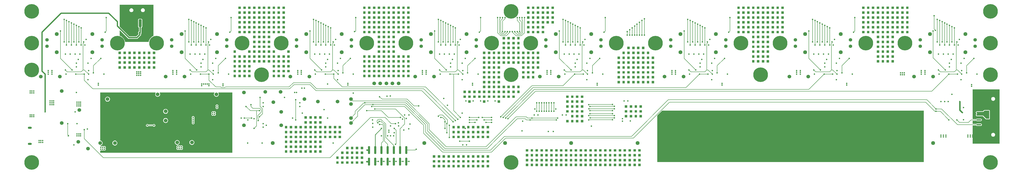
<source format=gbl>
G04*
G04 #@! TF.GenerationSoftware,Altium Limited,Altium Designer,18.0.7 (293)*
G04*
G04 Layer_Physical_Order=4*
G04 Layer_Color=16711680*
%FSLAX25Y25*%
%MOIN*%
G70*
G01*
G75*
%ADD10C,0.00591*%
%ADD12C,0.00787*%
G04:AMPARAMS|DCode=67|XSize=23.62mil|YSize=31.5mil|CornerRadius=5.91mil|HoleSize=0mil|Usage=FLASHONLY|Rotation=270.000|XOffset=0mil|YOffset=0mil|HoleType=Round|Shape=RoundedRectangle|*
%AMROUNDEDRECTD67*
21,1,0.02362,0.01968,0,0,270.0*
21,1,0.01181,0.03150,0,0,270.0*
1,1,0.01181,-0.00984,-0.00591*
1,1,0.01181,-0.00984,0.00591*
1,1,0.01181,0.00984,0.00591*
1,1,0.01181,0.00984,-0.00591*
%
%ADD67ROUNDEDRECTD67*%
%ADD90C,0.06299*%
%ADD91C,0.05512*%
%ADD92C,0.05906*%
%ADD93O,0.06299X0.03543*%
%ADD94C,0.23622*%
%ADD97C,0.00984*%
%ADD98C,0.02362*%
%ADD100C,0.01968*%
%ADD104C,0.02362*%
G04:AMPARAMS|DCode=106|XSize=19.68mil|YSize=78.74mil|CornerRadius=9.84mil|HoleSize=0mil|Usage=FLASHONLY|Rotation=270.000|XOffset=0mil|YOffset=0mil|HoleType=Round|Shape=RoundedRectangle|*
%AMROUNDEDRECTD106*
21,1,0.01968,0.05906,0,0,270.0*
21,1,0.00000,0.07874,0,0,270.0*
1,1,0.01968,-0.02953,0.00000*
1,1,0.01968,-0.02953,0.00000*
1,1,0.01968,0.02953,0.00000*
1,1,0.01968,0.02953,0.00000*
%
%ADD106ROUNDEDRECTD106*%
G04:AMPARAMS|DCode=107|XSize=105.51mil|YSize=141.73mil|CornerRadius=26.38mil|HoleSize=0mil|Usage=FLASHONLY|Rotation=270.000|XOffset=0mil|YOffset=0mil|HoleType=Round|Shape=RoundedRectangle|*
%AMROUNDEDRECTD107*
21,1,0.10551,0.08898,0,0,270.0*
21,1,0.05276,0.14173,0,0,270.0*
1,1,0.05276,-0.04449,-0.02638*
1,1,0.05276,-0.04449,0.02638*
1,1,0.05276,0.04449,0.02638*
1,1,0.05276,0.04449,-0.02638*
%
%ADD107ROUNDEDRECTD107*%
G04:AMPARAMS|DCode=108|XSize=47.24mil|YSize=125.98mil|CornerRadius=11.81mil|HoleSize=0mil|Usage=FLASHONLY|Rotation=0.000|XOffset=0mil|YOffset=0mil|HoleType=Round|Shape=RoundedRectangle|*
%AMROUNDEDRECTD108*
21,1,0.04724,0.10236,0,0,0.0*
21,1,0.02362,0.12598,0,0,0.0*
1,1,0.02362,0.01181,-0.05118*
1,1,0.02362,-0.01181,-0.05118*
1,1,0.02362,-0.01181,0.05118*
1,1,0.02362,0.01181,0.05118*
%
%ADD108ROUNDEDRECTD108*%
G04:AMPARAMS|DCode=109|XSize=86.61mil|YSize=220.47mil|CornerRadius=21.65mil|HoleSize=0mil|Usage=FLASHONLY|Rotation=0.000|XOffset=0mil|YOffset=0mil|HoleType=Round|Shape=RoundedRectangle|*
%AMROUNDEDRECTD109*
21,1,0.08661,0.17717,0,0,0.0*
21,1,0.04331,0.22047,0,0,0.0*
1,1,0.04331,0.02165,-0.08858*
1,1,0.04331,-0.02165,-0.08858*
1,1,0.04331,-0.02165,0.08858*
1,1,0.04331,0.02165,0.08858*
%
%ADD109ROUNDEDRECTD109*%
G04:AMPARAMS|DCode=110|XSize=31.5mil|YSize=125.98mil|CornerRadius=7.87mil|HoleSize=0mil|Usage=FLASHONLY|Rotation=0.000|XOffset=0mil|YOffset=0mil|HoleType=Round|Shape=RoundedRectangle|*
%AMROUNDEDRECTD110*
21,1,0.03150,0.11024,0,0,0.0*
21,1,0.01575,0.12598,0,0,0.0*
1,1,0.01575,0.00787,-0.05512*
1,1,0.01575,-0.00787,-0.05512*
1,1,0.01575,-0.00787,0.05512*
1,1,0.01575,0.00787,0.05512*
%
%ADD110ROUNDEDRECTD110*%
G36*
X856299Y263779D02*
X852362D01*
Y267717D01*
X856299D01*
Y263779D01*
D02*
G37*
G36*
X848425D02*
X844488D01*
Y267717D01*
X848425D01*
Y263779D01*
D02*
G37*
G36*
X840551D02*
X836614D01*
Y267717D01*
X840551D01*
Y263779D01*
D02*
G37*
G36*
X832677D02*
X828740D01*
Y267717D01*
X832677D01*
Y263779D01*
D02*
G37*
G36*
X824803D02*
X820866D01*
Y267717D01*
X824803D01*
Y263779D01*
D02*
G37*
G36*
X816929D02*
X812992D01*
Y267717D01*
X816929D01*
Y263779D01*
D02*
G37*
G36*
X1427165Y263779D02*
X1423228D01*
Y267717D01*
X1427165D01*
Y263779D01*
D02*
G37*
G36*
X1419291D02*
X1415354D01*
Y267717D01*
X1419291D01*
Y263779D01*
D02*
G37*
G36*
X1411417D02*
X1407480D01*
Y267717D01*
X1411417D01*
Y263779D01*
D02*
G37*
G36*
X1403543D02*
X1399606D01*
Y267717D01*
X1403543D01*
Y263779D01*
D02*
G37*
G36*
X1395669D02*
X1391732D01*
Y267717D01*
X1395669D01*
Y263779D01*
D02*
G37*
G36*
X1387795D02*
X1383858D01*
Y267717D01*
X1387795D01*
Y263779D01*
D02*
G37*
G36*
X1379921D02*
X1375984D01*
Y267717D01*
X1379921D01*
Y263779D01*
D02*
G37*
G36*
X1372047D02*
X1368110D01*
Y267717D01*
X1372047D01*
Y263779D01*
D02*
G37*
G36*
X1364173D02*
X1360236D01*
Y267717D01*
X1364173D01*
Y263779D01*
D02*
G37*
G36*
X1356299D02*
X1352362D01*
Y267717D01*
X1356299D01*
Y263779D01*
D02*
G37*
G36*
X1226378D02*
X1222441D01*
Y267717D01*
X1226378D01*
Y263779D01*
D02*
G37*
G36*
X1218504D02*
X1214567D01*
Y267717D01*
X1218504D01*
Y263779D01*
D02*
G37*
G36*
X1210630D02*
X1206693D01*
Y267717D01*
X1210630D01*
Y263779D01*
D02*
G37*
G36*
X1202756D02*
X1198819D01*
Y267717D01*
X1202756D01*
Y263779D01*
D02*
G37*
G36*
X1194882D02*
X1190945D01*
Y267717D01*
X1194882D01*
Y263779D01*
D02*
G37*
G36*
X1187008D02*
X1183071D01*
Y267717D01*
X1187008D01*
Y263779D01*
D02*
G37*
G36*
X1179134D02*
X1175197D01*
Y267717D01*
X1179134D01*
Y263779D01*
D02*
G37*
G36*
X1171260D02*
X1167323D01*
Y267717D01*
X1171260D01*
Y263779D01*
D02*
G37*
G36*
X1163386D02*
X1159449D01*
Y267717D01*
X1163386D01*
Y263779D01*
D02*
G37*
G36*
X1155512D02*
X1151575D01*
Y267717D01*
X1155512D01*
Y263779D01*
D02*
G37*
G36*
X624016D02*
X620079D01*
Y267717D01*
X624016D01*
Y263779D01*
D02*
G37*
G36*
X616142D02*
X612205D01*
Y267717D01*
X616142D01*
Y263779D01*
D02*
G37*
G36*
X608268D02*
X604331D01*
Y267717D01*
X608268D01*
Y263779D01*
D02*
G37*
G36*
X600394D02*
X596457D01*
Y267717D01*
X600394D01*
Y263779D01*
D02*
G37*
G36*
X592520D02*
X588583D01*
Y267717D01*
X592520D01*
Y263779D01*
D02*
G37*
G36*
X584646D02*
X580709D01*
Y267717D01*
X584646D01*
Y263779D01*
D02*
G37*
G36*
X576772D02*
X572835D01*
Y267717D01*
X576772D01*
Y263779D01*
D02*
G37*
G36*
X568898D02*
X564961D01*
Y267717D01*
X568898D01*
Y263779D01*
D02*
G37*
G36*
X561024D02*
X557087D01*
Y267717D01*
X561024D01*
Y263779D01*
D02*
G37*
G36*
X553150D02*
X549213D01*
Y267717D01*
X553150D01*
Y263779D01*
D02*
G37*
G36*
X423228D02*
X419291D01*
Y267717D01*
X423228D01*
Y263779D01*
D02*
G37*
G36*
X415354D02*
X411417D01*
Y267717D01*
X415354D01*
Y263779D01*
D02*
G37*
G36*
X407480D02*
X403543D01*
Y267717D01*
X407480D01*
Y263779D01*
D02*
G37*
G36*
X399606D02*
X395669D01*
Y267717D01*
X399606D01*
Y263779D01*
D02*
G37*
G36*
X391732D02*
X387795D01*
Y267717D01*
X391732D01*
Y263779D01*
D02*
G37*
G36*
X383858D02*
X379921D01*
Y267717D01*
X383858D01*
Y263779D01*
D02*
G37*
G36*
X375984D02*
X372047D01*
Y267717D01*
X375984D01*
Y263779D01*
D02*
G37*
G36*
X368110D02*
X364173D01*
Y267717D01*
X368110D01*
Y263779D01*
D02*
G37*
G36*
X360236D02*
X356299D01*
Y267717D01*
X360236D01*
Y263779D01*
D02*
G37*
G36*
X352362D02*
X348425D01*
Y267717D01*
X352362D01*
Y263779D01*
D02*
G37*
G36*
X856299Y255906D02*
X852362D01*
Y259842D01*
X856299D01*
Y255906D01*
D02*
G37*
G36*
X848425D02*
X844488D01*
Y259842D01*
X848425D01*
Y255906D01*
D02*
G37*
G36*
X1427165Y255906D02*
X1423228D01*
Y259842D01*
X1427165D01*
Y255906D01*
D02*
G37*
G36*
X1419291D02*
X1415354D01*
Y259842D01*
X1419291D01*
Y255906D01*
D02*
G37*
G36*
X1411417D02*
X1407480D01*
Y259842D01*
X1411417D01*
Y255906D01*
D02*
G37*
G36*
X1403543D02*
X1399606D01*
Y259842D01*
X1403543D01*
Y255906D01*
D02*
G37*
G36*
X1395669D02*
X1391732D01*
Y259842D01*
X1395669D01*
Y255906D01*
D02*
G37*
G36*
X1387795D02*
X1383858D01*
Y259842D01*
X1387795D01*
Y255906D01*
D02*
G37*
G36*
X1379921D02*
X1375984D01*
Y259842D01*
X1379921D01*
Y255906D01*
D02*
G37*
G36*
X1372047D02*
X1368110D01*
Y259842D01*
X1372047D01*
Y255906D01*
D02*
G37*
G36*
X1364173D02*
X1360236D01*
Y259842D01*
X1364173D01*
Y255906D01*
D02*
G37*
G36*
X1356299D02*
X1352362D01*
Y259842D01*
X1356299D01*
Y255906D01*
D02*
G37*
G36*
X1226378D02*
X1222441D01*
Y259842D01*
X1226378D01*
Y255906D01*
D02*
G37*
G36*
X1218504D02*
X1214567D01*
Y259842D01*
X1218504D01*
Y255906D01*
D02*
G37*
G36*
X1210630D02*
X1206693D01*
Y259842D01*
X1210630D01*
Y255906D01*
D02*
G37*
G36*
X1202756D02*
X1198819D01*
Y259842D01*
X1202756D01*
Y255906D01*
D02*
G37*
G36*
X1194882D02*
X1190945D01*
Y259842D01*
X1194882D01*
Y255906D01*
D02*
G37*
G36*
X1187008D02*
X1183071D01*
Y259842D01*
X1187008D01*
Y255906D01*
D02*
G37*
G36*
X1179134D02*
X1175197D01*
Y259842D01*
X1179134D01*
Y255906D01*
D02*
G37*
G36*
X1171260D02*
X1167323D01*
Y259842D01*
X1171260D01*
Y255906D01*
D02*
G37*
G36*
X1163386D02*
X1159449D01*
Y259842D01*
X1163386D01*
Y255906D01*
D02*
G37*
G36*
X1155512D02*
X1151575D01*
Y259842D01*
X1155512D01*
Y255906D01*
D02*
G37*
G36*
X840551D02*
X836614D01*
Y259842D01*
X840551D01*
Y255906D01*
D02*
G37*
G36*
X832677D02*
X828740D01*
Y259842D01*
X832677D01*
Y255906D01*
D02*
G37*
G36*
X824803D02*
X820866D01*
Y259842D01*
X824803D01*
Y255906D01*
D02*
G37*
G36*
X816929D02*
X812992D01*
Y259842D01*
X816929D01*
Y255906D01*
D02*
G37*
G36*
X624016D02*
X620079D01*
Y259842D01*
X624016D01*
Y255906D01*
D02*
G37*
G36*
X616142D02*
X612205D01*
Y259842D01*
X616142D01*
Y255906D01*
D02*
G37*
G36*
X608268D02*
X604331D01*
Y259842D01*
X608268D01*
Y255906D01*
D02*
G37*
G36*
X600394D02*
X596457D01*
Y259842D01*
X600394D01*
Y255906D01*
D02*
G37*
G36*
X592520D02*
X588583D01*
Y259842D01*
X592520D01*
Y255906D01*
D02*
G37*
G36*
X584646D02*
X580709D01*
Y259842D01*
X584646D01*
Y255906D01*
D02*
G37*
G36*
X576772D02*
X572835D01*
Y259842D01*
X576772D01*
Y255906D01*
D02*
G37*
G36*
X568898D02*
X564961D01*
Y259842D01*
X568898D01*
Y255906D01*
D02*
G37*
G36*
X561024D02*
X557087D01*
Y259842D01*
X561024D01*
Y255906D01*
D02*
G37*
G36*
X553150D02*
X549213D01*
Y259842D01*
X553150D01*
Y255906D01*
D02*
G37*
G36*
X423228D02*
X419291D01*
Y259842D01*
X423228D01*
Y255906D01*
D02*
G37*
G36*
X415354D02*
X411417D01*
Y259842D01*
X415354D01*
Y255906D01*
D02*
G37*
G36*
X407480D02*
X403543D01*
Y259842D01*
X407480D01*
Y255906D01*
D02*
G37*
G36*
X399606D02*
X395669D01*
Y259842D01*
X399606D01*
Y255906D01*
D02*
G37*
G36*
X391732D02*
X387795D01*
Y259842D01*
X391732D01*
Y255906D01*
D02*
G37*
G36*
X383858D02*
X379921D01*
Y259842D01*
X383858D01*
Y255906D01*
D02*
G37*
G36*
X375984D02*
X372047D01*
Y259842D01*
X375984D01*
Y255906D01*
D02*
G37*
G36*
X368110D02*
X364173D01*
Y259842D01*
X368110D01*
Y255906D01*
D02*
G37*
G36*
X360236D02*
X356299D01*
Y259842D01*
X360236D01*
Y255906D01*
D02*
G37*
G36*
X352362D02*
X348425D01*
Y259842D01*
X352362D01*
Y255906D01*
D02*
G37*
G36*
X856299Y248031D02*
X852362D01*
Y251969D01*
X856299D01*
Y248031D01*
D02*
G37*
G36*
X848425D02*
X844488D01*
Y251969D01*
X848425D01*
Y248031D01*
D02*
G37*
G36*
X1427165Y248031D02*
X1423228D01*
Y251969D01*
X1427165D01*
Y248031D01*
D02*
G37*
G36*
X1419291D02*
X1415354D01*
Y251969D01*
X1419291D01*
Y248031D01*
D02*
G37*
G36*
X1411417D02*
X1407480D01*
Y251969D01*
X1411417D01*
Y248031D01*
D02*
G37*
G36*
X1403543D02*
X1399606D01*
Y251969D01*
X1403543D01*
Y248031D01*
D02*
G37*
G36*
X1395669D02*
X1391732D01*
Y251969D01*
X1395669D01*
Y248031D01*
D02*
G37*
G36*
X1387795D02*
X1383858D01*
Y251969D01*
X1387795D01*
Y248031D01*
D02*
G37*
G36*
X1379921D02*
X1375984D01*
Y251969D01*
X1379921D01*
Y248031D01*
D02*
G37*
G36*
X1372047D02*
X1368110D01*
Y251969D01*
X1372047D01*
Y248031D01*
D02*
G37*
G36*
X1364173D02*
X1360236D01*
Y251969D01*
X1364173D01*
Y248031D01*
D02*
G37*
G36*
X1356299D02*
X1352362D01*
Y251969D01*
X1356299D01*
Y248031D01*
D02*
G37*
G36*
X1226378D02*
X1222441D01*
Y251969D01*
X1226378D01*
Y248031D01*
D02*
G37*
G36*
X1218504D02*
X1214567D01*
Y251969D01*
X1218504D01*
Y248031D01*
D02*
G37*
G36*
X1210630D02*
X1206693D01*
Y251969D01*
X1210630D01*
Y248031D01*
D02*
G37*
G36*
X1202756D02*
X1198819D01*
Y251969D01*
X1202756D01*
Y248031D01*
D02*
G37*
G36*
X1194882D02*
X1190945D01*
Y251969D01*
X1194882D01*
Y248031D01*
D02*
G37*
G36*
X1187008D02*
X1183071D01*
Y251969D01*
X1187008D01*
Y248031D01*
D02*
G37*
G36*
X1179134D02*
X1175197D01*
Y251969D01*
X1179134D01*
Y248031D01*
D02*
G37*
G36*
X1171260D02*
X1167323D01*
Y251969D01*
X1171260D01*
Y248031D01*
D02*
G37*
G36*
X1163386D02*
X1159449D01*
Y251969D01*
X1163386D01*
Y248031D01*
D02*
G37*
G36*
X1155512D02*
X1151575D01*
Y251969D01*
X1155512D01*
Y248031D01*
D02*
G37*
G36*
X840551D02*
X836614D01*
Y251969D01*
X840551D01*
Y248031D01*
D02*
G37*
G36*
X832677D02*
X828740D01*
Y251969D01*
X832677D01*
Y248031D01*
D02*
G37*
G36*
X824803D02*
X820866D01*
Y251969D01*
X824803D01*
Y248031D01*
D02*
G37*
G36*
X816929D02*
X812992D01*
Y251969D01*
X816929D01*
Y248031D01*
D02*
G37*
G36*
X624016D02*
X620079D01*
Y251969D01*
X624016D01*
Y248031D01*
D02*
G37*
G36*
X616142D02*
X612205D01*
Y251969D01*
X616142D01*
Y248031D01*
D02*
G37*
G36*
X608268D02*
X604331D01*
Y251969D01*
X608268D01*
Y248031D01*
D02*
G37*
G36*
X600394D02*
X596457D01*
Y251969D01*
X600394D01*
Y248031D01*
D02*
G37*
G36*
X592520D02*
X588583D01*
Y251969D01*
X592520D01*
Y248031D01*
D02*
G37*
G36*
X584646D02*
X580709D01*
Y251969D01*
X584646D01*
Y248031D01*
D02*
G37*
G36*
X576772D02*
X572835D01*
Y251969D01*
X576772D01*
Y248031D01*
D02*
G37*
G36*
X568898D02*
X564961D01*
Y251969D01*
X568898D01*
Y248031D01*
D02*
G37*
G36*
X561024D02*
X557087D01*
Y251969D01*
X561024D01*
Y248031D01*
D02*
G37*
G36*
X553150D02*
X549213D01*
Y251969D01*
X553150D01*
Y248031D01*
D02*
G37*
G36*
X423228D02*
X419291D01*
Y251969D01*
X423228D01*
Y248031D01*
D02*
G37*
G36*
X415354D02*
X411417D01*
Y251969D01*
X415354D01*
Y248031D01*
D02*
G37*
G36*
X407480D02*
X403543D01*
Y251969D01*
X407480D01*
Y248031D01*
D02*
G37*
G36*
X399606D02*
X395669D01*
Y251969D01*
X399606D01*
Y248031D01*
D02*
G37*
G36*
X391732D02*
X387795D01*
Y251969D01*
X391732D01*
Y248031D01*
D02*
G37*
G36*
X383858D02*
X379921D01*
Y251969D01*
X383858D01*
Y248031D01*
D02*
G37*
G36*
X375984D02*
X372047D01*
Y251969D01*
X375984D01*
Y248031D01*
D02*
G37*
G36*
X368110D02*
X364173D01*
Y251969D01*
X368110D01*
Y248031D01*
D02*
G37*
G36*
X360236D02*
X356299D01*
Y251969D01*
X360236D01*
Y248031D01*
D02*
G37*
G36*
X352362D02*
X348425D01*
Y251969D01*
X352362D01*
Y248031D01*
D02*
G37*
G36*
X856299Y240158D02*
X852362D01*
Y244094D01*
X856299D01*
Y240158D01*
D02*
G37*
G36*
X848425D02*
X844488D01*
Y244094D01*
X848425D01*
Y240158D01*
D02*
G37*
G36*
X1427165Y240158D02*
X1423228D01*
Y244094D01*
X1427165D01*
Y240158D01*
D02*
G37*
G36*
X1419291D02*
X1415354D01*
Y244094D01*
X1419291D01*
Y240158D01*
D02*
G37*
G36*
X1411417D02*
X1407480D01*
Y244094D01*
X1411417D01*
Y240158D01*
D02*
G37*
G36*
X1403543D02*
X1399606D01*
Y244094D01*
X1403543D01*
Y240158D01*
D02*
G37*
G36*
X1395669D02*
X1391732D01*
Y244094D01*
X1395669D01*
Y240158D01*
D02*
G37*
G36*
X1387795D02*
X1383858D01*
Y244094D01*
X1387795D01*
Y240158D01*
D02*
G37*
G36*
X1379921D02*
X1375984D01*
Y244094D01*
X1379921D01*
Y240158D01*
D02*
G37*
G36*
X1372047D02*
X1368110D01*
Y244094D01*
X1372047D01*
Y240158D01*
D02*
G37*
G36*
X1364173D02*
X1360236D01*
Y244094D01*
X1364173D01*
Y240158D01*
D02*
G37*
G36*
X1356299D02*
X1352362D01*
Y244094D01*
X1356299D01*
Y240158D01*
D02*
G37*
G36*
X1226378D02*
X1222441D01*
Y244094D01*
X1226378D01*
Y240158D01*
D02*
G37*
G36*
X1218504D02*
X1214567D01*
Y244094D01*
X1218504D01*
Y240158D01*
D02*
G37*
G36*
X1210630D02*
X1206693D01*
Y244094D01*
X1210630D01*
Y240158D01*
D02*
G37*
G36*
X1202756D02*
X1198819D01*
Y244094D01*
X1202756D01*
Y240158D01*
D02*
G37*
G36*
X1194882D02*
X1190945D01*
Y244094D01*
X1194882D01*
Y240158D01*
D02*
G37*
G36*
X1187008D02*
X1183071D01*
Y244094D01*
X1187008D01*
Y240158D01*
D02*
G37*
G36*
X1179134D02*
X1175197D01*
Y244094D01*
X1179134D01*
Y240158D01*
D02*
G37*
G36*
X1171260D02*
X1167323D01*
Y244094D01*
X1171260D01*
Y240158D01*
D02*
G37*
G36*
X1163386D02*
X1159449D01*
Y244094D01*
X1163386D01*
Y240158D01*
D02*
G37*
G36*
X1155512D02*
X1151575D01*
Y244094D01*
X1155512D01*
Y240158D01*
D02*
G37*
G36*
X840551D02*
X836614D01*
Y244094D01*
X840551D01*
Y240158D01*
D02*
G37*
G36*
X832677D02*
X828740D01*
Y244094D01*
X832677D01*
Y240158D01*
D02*
G37*
G36*
X824803D02*
X820866D01*
Y244094D01*
X824803D01*
Y240158D01*
D02*
G37*
G36*
X816929D02*
X812992D01*
Y244094D01*
X816929D01*
Y240158D01*
D02*
G37*
G36*
X624016D02*
X620079D01*
Y244094D01*
X624016D01*
Y240158D01*
D02*
G37*
G36*
X616142D02*
X612205D01*
Y244094D01*
X616142D01*
Y240158D01*
D02*
G37*
G36*
X608268D02*
X604331D01*
Y244094D01*
X608268D01*
Y240158D01*
D02*
G37*
G36*
X600394D02*
X596457D01*
Y244094D01*
X600394D01*
Y240158D01*
D02*
G37*
G36*
X592520D02*
X588583D01*
Y244094D01*
X592520D01*
Y240158D01*
D02*
G37*
G36*
X584646D02*
X580709D01*
Y244094D01*
X584646D01*
Y240158D01*
D02*
G37*
G36*
X576772D02*
X572835D01*
Y244094D01*
X576772D01*
Y240158D01*
D02*
G37*
G36*
X568898D02*
X564961D01*
Y244094D01*
X568898D01*
Y240158D01*
D02*
G37*
G36*
X561024D02*
X557087D01*
Y244094D01*
X561024D01*
Y240158D01*
D02*
G37*
G36*
X553150D02*
X549213D01*
Y244094D01*
X553150D01*
Y240158D01*
D02*
G37*
G36*
X423228D02*
X419291D01*
Y244094D01*
X423228D01*
Y240158D01*
D02*
G37*
G36*
X415354D02*
X411417D01*
Y244094D01*
X415354D01*
Y240158D01*
D02*
G37*
G36*
X407480D02*
X403543D01*
Y244094D01*
X407480D01*
Y240158D01*
D02*
G37*
G36*
X399606D02*
X395669D01*
Y244094D01*
X399606D01*
Y240158D01*
D02*
G37*
G36*
X391732D02*
X387795D01*
Y244094D01*
X391732D01*
Y240158D01*
D02*
G37*
G36*
X383858D02*
X379921D01*
Y244094D01*
X383858D01*
Y240158D01*
D02*
G37*
G36*
X375984D02*
X372047D01*
Y244094D01*
X375984D01*
Y240158D01*
D02*
G37*
G36*
X368110D02*
X364173D01*
Y244094D01*
X368110D01*
Y240158D01*
D02*
G37*
G36*
X360236D02*
X356299D01*
Y244094D01*
X360236D01*
Y240158D01*
D02*
G37*
G36*
X352362D02*
X348425D01*
Y244094D01*
X352362D01*
Y240158D01*
D02*
G37*
G36*
X840551Y232283D02*
X836614D01*
Y236221D01*
X840551D01*
Y232283D01*
D02*
G37*
G36*
X832677D02*
X828740D01*
Y236221D01*
X832677D01*
Y232283D01*
D02*
G37*
G36*
X824803D02*
X820866D01*
Y236221D01*
X824803D01*
Y232283D01*
D02*
G37*
G36*
X816929D02*
X812992D01*
Y236221D01*
X816929D01*
Y232283D01*
D02*
G37*
G36*
X1427165Y232283D02*
X1423228D01*
Y236221D01*
X1427165D01*
Y232283D01*
D02*
G37*
G36*
X1419291D02*
X1415354D01*
Y236221D01*
X1419291D01*
Y232283D01*
D02*
G37*
G36*
X1411417D02*
X1407480D01*
Y236221D01*
X1411417D01*
Y232283D01*
D02*
G37*
G36*
X1403543D02*
X1399606D01*
Y236221D01*
X1403543D01*
Y232283D01*
D02*
G37*
G36*
X1395669D02*
X1391732D01*
Y236221D01*
X1395669D01*
Y232283D01*
D02*
G37*
G36*
X1387795D02*
X1383858D01*
Y236221D01*
X1387795D01*
Y232283D01*
D02*
G37*
G36*
X1379921D02*
X1375984D01*
Y236221D01*
X1379921D01*
Y232283D01*
D02*
G37*
G36*
X1372047D02*
X1368110D01*
Y236221D01*
X1372047D01*
Y232283D01*
D02*
G37*
G36*
X1364173D02*
X1360236D01*
Y236221D01*
X1364173D01*
Y232283D01*
D02*
G37*
G36*
X1356299D02*
X1352362D01*
Y236221D01*
X1356299D01*
Y232283D01*
D02*
G37*
G36*
X1226378D02*
X1222441D01*
Y236221D01*
X1226378D01*
Y232283D01*
D02*
G37*
G36*
X1218504D02*
X1214567D01*
Y236221D01*
X1218504D01*
Y232283D01*
D02*
G37*
G36*
X1210630D02*
X1206693D01*
Y236221D01*
X1210630D01*
Y232283D01*
D02*
G37*
G36*
X1202756D02*
X1198819D01*
Y236221D01*
X1202756D01*
Y232283D01*
D02*
G37*
G36*
X1194882D02*
X1190945D01*
Y236221D01*
X1194882D01*
Y232283D01*
D02*
G37*
G36*
X1187008D02*
X1183071D01*
Y236221D01*
X1187008D01*
Y232283D01*
D02*
G37*
G36*
X1179134D02*
X1175197D01*
Y236221D01*
X1179134D01*
Y232283D01*
D02*
G37*
G36*
X1171260D02*
X1167323D01*
Y236221D01*
X1171260D01*
Y232283D01*
D02*
G37*
G36*
X1163386D02*
X1159449D01*
Y236221D01*
X1163386D01*
Y232283D01*
D02*
G37*
G36*
X1155512D02*
X1151575D01*
Y236221D01*
X1155512D01*
Y232283D01*
D02*
G37*
G36*
X624016D02*
X620079D01*
Y236221D01*
X624016D01*
Y232283D01*
D02*
G37*
G36*
X616142D02*
X612205D01*
Y236221D01*
X616142D01*
Y232283D01*
D02*
G37*
G36*
X608268D02*
X604331D01*
Y236221D01*
X608268D01*
Y232283D01*
D02*
G37*
G36*
X600394D02*
X596457D01*
Y236221D01*
X600394D01*
Y232283D01*
D02*
G37*
G36*
X592520D02*
X588583D01*
Y236221D01*
X592520D01*
Y232283D01*
D02*
G37*
G36*
X584646D02*
X580709D01*
Y236221D01*
X584646D01*
Y232283D01*
D02*
G37*
G36*
X576772D02*
X572835D01*
Y236221D01*
X576772D01*
Y232283D01*
D02*
G37*
G36*
X568898D02*
X564961D01*
Y236221D01*
X568898D01*
Y232283D01*
D02*
G37*
G36*
X561024D02*
X557087D01*
Y236221D01*
X561024D01*
Y232283D01*
D02*
G37*
G36*
X553150D02*
X549213D01*
Y236221D01*
X553150D01*
Y232283D01*
D02*
G37*
G36*
X423228D02*
X419291D01*
Y236221D01*
X423228D01*
Y232283D01*
D02*
G37*
G36*
X415354D02*
X411417D01*
Y236221D01*
X415354D01*
Y232283D01*
D02*
G37*
G36*
X407480D02*
X403543D01*
Y236221D01*
X407480D01*
Y232283D01*
D02*
G37*
G36*
X399606D02*
X395669D01*
Y236221D01*
X399606D01*
Y232283D01*
D02*
G37*
G36*
X391732D02*
X387795D01*
Y236221D01*
X391732D01*
Y232283D01*
D02*
G37*
G36*
X383858D02*
X379921D01*
Y236221D01*
X383858D01*
Y232283D01*
D02*
G37*
G36*
X375984D02*
X372047D01*
Y236221D01*
X375984D01*
Y232283D01*
D02*
G37*
G36*
X368110D02*
X364173D01*
Y236221D01*
X368110D01*
Y232283D01*
D02*
G37*
G36*
X360236D02*
X356299D01*
Y236221D01*
X360236D01*
Y232283D01*
D02*
G37*
G36*
X352362D02*
X348425D01*
Y236221D01*
X352362D01*
Y232283D01*
D02*
G37*
G36*
X1427165Y224410D02*
X1423228D01*
Y228346D01*
X1427165D01*
Y224410D01*
D02*
G37*
G36*
X1419291D02*
X1415354D01*
Y228346D01*
X1419291D01*
Y224410D01*
D02*
G37*
G36*
X1411417D02*
X1407480D01*
Y228346D01*
X1411417D01*
Y224410D01*
D02*
G37*
G36*
X1403543D02*
X1399606D01*
Y228346D01*
X1403543D01*
Y224410D01*
D02*
G37*
G36*
X1395669D02*
X1391732D01*
Y228346D01*
X1395669D01*
Y224410D01*
D02*
G37*
G36*
X1387795D02*
X1383858D01*
Y228346D01*
X1387795D01*
Y224410D01*
D02*
G37*
G36*
X1379921D02*
X1375984D01*
Y228346D01*
X1379921D01*
Y224410D01*
D02*
G37*
G36*
X1372047D02*
X1368110D01*
Y228346D01*
X1372047D01*
Y224410D01*
D02*
G37*
G36*
X1364173D02*
X1360236D01*
Y228346D01*
X1364173D01*
Y224410D01*
D02*
G37*
G36*
X1356299D02*
X1352362D01*
Y228346D01*
X1356299D01*
Y224410D01*
D02*
G37*
G36*
X1226378D02*
X1222441D01*
Y228346D01*
X1226378D01*
Y224410D01*
D02*
G37*
G36*
X1218504D02*
X1214567D01*
Y228346D01*
X1218504D01*
Y224410D01*
D02*
G37*
G36*
X1210630D02*
X1206693D01*
Y228346D01*
X1210630D01*
Y224410D01*
D02*
G37*
G36*
X1202756D02*
X1198819D01*
Y228346D01*
X1202756D01*
Y224410D01*
D02*
G37*
G36*
X1194882D02*
X1190945D01*
Y228346D01*
X1194882D01*
Y224410D01*
D02*
G37*
G36*
X1187008D02*
X1183071D01*
Y228346D01*
X1187008D01*
Y224410D01*
D02*
G37*
G36*
X1179134D02*
X1175197D01*
Y228346D01*
X1179134D01*
Y224410D01*
D02*
G37*
G36*
X1171260D02*
X1167323D01*
Y228346D01*
X1171260D01*
Y224410D01*
D02*
G37*
G36*
X1163386D02*
X1159449D01*
Y228346D01*
X1163386D01*
Y224410D01*
D02*
G37*
G36*
X1155512D02*
X1151575D01*
Y228346D01*
X1155512D01*
Y224410D01*
D02*
G37*
G36*
X840551D02*
X836614D01*
Y228346D01*
X840551D01*
Y224410D01*
D02*
G37*
G36*
X832677D02*
X828740D01*
Y228346D01*
X832677D01*
Y224410D01*
D02*
G37*
G36*
X824803D02*
X820866D01*
Y228346D01*
X824803D01*
Y224410D01*
D02*
G37*
G36*
X816929D02*
X812992D01*
Y228346D01*
X816929D01*
Y224410D01*
D02*
G37*
G36*
X624016D02*
X620079D01*
Y228346D01*
X624016D01*
Y224410D01*
D02*
G37*
G36*
X616142D02*
X612205D01*
Y228346D01*
X616142D01*
Y224410D01*
D02*
G37*
G36*
X608268D02*
X604331D01*
Y228346D01*
X608268D01*
Y224410D01*
D02*
G37*
G36*
X600394D02*
X596457D01*
Y228346D01*
X600394D01*
Y224410D01*
D02*
G37*
G36*
X592520D02*
X588583D01*
Y228346D01*
X592520D01*
Y224410D01*
D02*
G37*
G36*
X584646D02*
X580709D01*
Y228346D01*
X584646D01*
Y224410D01*
D02*
G37*
G36*
X576772D02*
X572835D01*
Y228346D01*
X576772D01*
Y224410D01*
D02*
G37*
G36*
X568898D02*
X564961D01*
Y228346D01*
X568898D01*
Y224410D01*
D02*
G37*
G36*
X561024D02*
X557087D01*
Y228346D01*
X561024D01*
Y224410D01*
D02*
G37*
G36*
X553150D02*
X549213D01*
Y228346D01*
X553150D01*
Y224410D01*
D02*
G37*
G36*
X423228D02*
X419291D01*
Y228346D01*
X423228D01*
Y224410D01*
D02*
G37*
G36*
X415354D02*
X411417D01*
Y228346D01*
X415354D01*
Y224410D01*
D02*
G37*
G36*
X407480D02*
X403543D01*
Y228346D01*
X407480D01*
Y224410D01*
D02*
G37*
G36*
X399606D02*
X395669D01*
Y228346D01*
X399606D01*
Y224410D01*
D02*
G37*
G36*
X391732D02*
X387795D01*
Y228346D01*
X391732D01*
Y224410D01*
D02*
G37*
G36*
X383858D02*
X379921D01*
Y228346D01*
X383858D01*
Y224410D01*
D02*
G37*
G36*
X375984D02*
X372047D01*
Y228346D01*
X375984D01*
Y224410D01*
D02*
G37*
G36*
X368110D02*
X364173D01*
Y228346D01*
X368110D01*
Y224410D01*
D02*
G37*
G36*
X360236D02*
X356299D01*
Y228346D01*
X360236D01*
Y224410D01*
D02*
G37*
G36*
X352362D02*
X348425D01*
Y228346D01*
X352362D01*
Y224410D01*
D02*
G37*
G36*
X1403543Y216535D02*
X1399606D01*
Y220472D01*
X1403543D01*
Y216535D01*
D02*
G37*
G36*
X1395669D02*
X1391732D01*
Y220472D01*
X1395669D01*
Y216535D01*
D02*
G37*
G36*
X1387795D02*
X1383858D01*
Y220472D01*
X1387795D01*
Y216535D01*
D02*
G37*
G36*
X1379921D02*
X1375984D01*
Y220472D01*
X1379921D01*
Y216535D01*
D02*
G37*
G36*
X1202756D02*
X1198819D01*
Y220472D01*
X1202756D01*
Y216535D01*
D02*
G37*
G36*
X1194882D02*
X1190945D01*
Y220472D01*
X1194882D01*
Y216535D01*
D02*
G37*
G36*
X1187008D02*
X1183071D01*
Y220472D01*
X1187008D01*
Y216535D01*
D02*
G37*
G36*
X1179134D02*
X1175197D01*
Y220472D01*
X1179134D01*
Y216535D01*
D02*
G37*
G36*
X600394D02*
X596457D01*
Y220472D01*
X600394D01*
Y216535D01*
D02*
G37*
G36*
X592520D02*
X588583D01*
Y220472D01*
X592520D01*
Y216535D01*
D02*
G37*
G36*
X584646D02*
X580709D01*
Y220472D01*
X584646D01*
Y216535D01*
D02*
G37*
G36*
X576772D02*
X572835D01*
Y220472D01*
X576772D01*
Y216535D01*
D02*
G37*
G36*
X399606D02*
X395669D01*
Y220472D01*
X399606D01*
Y216535D01*
D02*
G37*
G36*
X391732D02*
X387795D01*
Y220472D01*
X391732D01*
Y216535D01*
D02*
G37*
G36*
X383858D02*
X379921D01*
Y220472D01*
X383858D01*
Y216535D01*
D02*
G37*
G36*
X375984D02*
X372047D01*
Y220472D01*
X375984D01*
Y216535D01*
D02*
G37*
G36*
X211614Y220259D02*
X210798Y219921D01*
X209107Y218885D01*
X207599Y217597D01*
X206312Y216090D01*
X205276Y214399D01*
X204517Y212567D01*
X204054Y210638D01*
X204053Y210630D01*
X166026D01*
X166025Y210638D01*
X165562Y212567D01*
X164803Y214399D01*
X163767Y216090D01*
X162479Y217597D01*
X160971Y218885D01*
X159281Y219921D01*
X157480Y220667D01*
Y228792D01*
X157942Y228983D01*
X170825Y216101D01*
X171476Y215665D01*
X172244Y215513D01*
X185039D01*
X185807Y215665D01*
X186459Y216101D01*
X191183Y220825D01*
X191618Y221476D01*
X191771Y222244D01*
Y223593D01*
X191883Y223668D01*
X192232Y224189D01*
X192354Y224803D01*
Y225945D01*
X192361Y225984D01*
Y233587D01*
X192380Y233590D01*
X193097Y234069D01*
X193575Y234785D01*
X193743Y235630D01*
Y245866D01*
X193575Y246711D01*
X193097Y247427D01*
X192380Y247906D01*
X191535Y248074D01*
X189173D01*
X188328Y247906D01*
X187612Y247427D01*
X187134Y246711D01*
X186966Y245866D01*
Y235630D01*
X187134Y234785D01*
X187612Y234069D01*
X188328Y233590D01*
X188347Y233587D01*
Y227504D01*
X188165Y227468D01*
X187644Y227120D01*
X187296Y226599D01*
X187174Y225984D01*
Y224803D01*
X187296Y224189D01*
X187644Y223668D01*
X187757Y223593D01*
Y223075D01*
X184208Y219527D01*
X173075D01*
X157480Y235122D01*
Y270669D01*
X211614D01*
Y220259D01*
D02*
G37*
G36*
X801181Y214567D02*
X797244D01*
Y218504D01*
X801181D01*
Y214567D01*
D02*
G37*
G36*
X793307D02*
X789370D01*
Y218504D01*
X793307D01*
Y214567D01*
D02*
G37*
G36*
X785433D02*
X781496D01*
Y218504D01*
X785433D01*
Y214567D01*
D02*
G37*
G36*
X777559D02*
X773622D01*
Y218504D01*
X777559D01*
Y214567D01*
D02*
G37*
G36*
X1403543Y208661D02*
X1399606D01*
Y212598D01*
X1403543D01*
Y208661D01*
D02*
G37*
G36*
X1395669D02*
X1391732D01*
Y212598D01*
X1395669D01*
Y208661D01*
D02*
G37*
G36*
X1387795D02*
X1383858D01*
Y212598D01*
X1387795D01*
Y208661D01*
D02*
G37*
G36*
X1379921D02*
X1375984D01*
Y212598D01*
X1379921D01*
Y208661D01*
D02*
G37*
G36*
X1202756D02*
X1198819D01*
Y212598D01*
X1202756D01*
Y208661D01*
D02*
G37*
G36*
X1194882D02*
X1190945D01*
Y212598D01*
X1194882D01*
Y208661D01*
D02*
G37*
G36*
X1187008D02*
X1183071D01*
Y212598D01*
X1187008D01*
Y208661D01*
D02*
G37*
G36*
X1179134D02*
X1175197D01*
Y212598D01*
X1179134D01*
Y208661D01*
D02*
G37*
G36*
X600394D02*
X596457D01*
Y212598D01*
X600394D01*
Y208661D01*
D02*
G37*
G36*
X592520D02*
X588583D01*
Y212598D01*
X592520D01*
Y208661D01*
D02*
G37*
G36*
X584646D02*
X580709D01*
Y212598D01*
X584646D01*
Y208661D01*
D02*
G37*
G36*
X576772D02*
X572835D01*
Y212598D01*
X576772D01*
Y208661D01*
D02*
G37*
G36*
X399606D02*
X395669D01*
Y212598D01*
X399606D01*
Y208661D01*
D02*
G37*
G36*
X391732D02*
X387795D01*
Y212598D01*
X391732D01*
Y208661D01*
D02*
G37*
G36*
X383858D02*
X379921D01*
Y212598D01*
X383858D01*
Y208661D01*
D02*
G37*
G36*
X375984D02*
X372047D01*
Y212598D01*
X375984D01*
Y208661D01*
D02*
G37*
G36*
X801181Y206693D02*
X797244D01*
Y210630D01*
X801181D01*
Y206693D01*
D02*
G37*
G36*
X793307D02*
X789370D01*
Y210630D01*
X793307D01*
Y206693D01*
D02*
G37*
G36*
X785433D02*
X781496D01*
Y210630D01*
X785433D01*
Y206693D01*
D02*
G37*
G36*
X777559D02*
X773622D01*
Y210630D01*
X777559D01*
Y206693D01*
D02*
G37*
G36*
X1403543Y200787D02*
X1399606D01*
Y204724D01*
X1403543D01*
Y200787D01*
D02*
G37*
G36*
X1395669D02*
X1391732D01*
Y204724D01*
X1395669D01*
Y200787D01*
D02*
G37*
G36*
X1387795D02*
X1383858D01*
Y204724D01*
X1387795D01*
Y200787D01*
D02*
G37*
G36*
X1379921D02*
X1375984D01*
Y204724D01*
X1379921D01*
Y200787D01*
D02*
G37*
G36*
X1202756D02*
X1198819D01*
Y204724D01*
X1202756D01*
Y200787D01*
D02*
G37*
G36*
X1194882D02*
X1190945D01*
Y204724D01*
X1194882D01*
Y200787D01*
D02*
G37*
G36*
X1187008D02*
X1183071D01*
Y204724D01*
X1187008D01*
Y200787D01*
D02*
G37*
G36*
X1179134D02*
X1175197D01*
Y204724D01*
X1179134D01*
Y200787D01*
D02*
G37*
G36*
X600394D02*
X596457D01*
Y204724D01*
X600394D01*
Y200787D01*
D02*
G37*
G36*
X592520D02*
X588583D01*
Y204724D01*
X592520D01*
Y200787D01*
D02*
G37*
G36*
X584646D02*
X580709D01*
Y204724D01*
X584646D01*
Y200787D01*
D02*
G37*
G36*
X576772D02*
X572835D01*
Y204724D01*
X576772D01*
Y200787D01*
D02*
G37*
G36*
X399606D02*
X395669D01*
Y204724D01*
X399606D01*
Y200787D01*
D02*
G37*
G36*
X391732D02*
X387795D01*
Y204724D01*
X391732D01*
Y200787D01*
D02*
G37*
G36*
X383858D02*
X379921D01*
Y204724D01*
X383858D01*
Y200787D01*
D02*
G37*
G36*
X375984D02*
X372047D01*
Y204724D01*
X375984D01*
Y200787D01*
D02*
G37*
G36*
X1001968Y198819D02*
X998032D01*
Y202756D01*
X1001968D01*
Y198819D01*
D02*
G37*
G36*
X994094D02*
X990158D01*
Y202756D01*
X994094D01*
Y198819D01*
D02*
G37*
G36*
X986220D02*
X982283D01*
Y202756D01*
X986220D01*
Y198819D01*
D02*
G37*
G36*
X978347D02*
X974409D01*
Y202756D01*
X978347D01*
Y198819D01*
D02*
G37*
G36*
X801181D02*
X797244D01*
Y202756D01*
X801181D01*
Y198819D01*
D02*
G37*
G36*
X793307D02*
X789370D01*
Y202756D01*
X793307D01*
Y198819D01*
D02*
G37*
G36*
X785433D02*
X781496D01*
Y202756D01*
X785433D01*
Y198819D01*
D02*
G37*
G36*
X777559D02*
X773622D01*
Y202756D01*
X777559D01*
Y198819D01*
D02*
G37*
G36*
X1403543Y192913D02*
X1399606D01*
Y196850D01*
X1403543D01*
Y192913D01*
D02*
G37*
G36*
X1395669D02*
X1391732D01*
Y196850D01*
X1395669D01*
Y192913D01*
D02*
G37*
G36*
X1387795D02*
X1383858D01*
Y196850D01*
X1387795D01*
Y192913D01*
D02*
G37*
G36*
X1379921D02*
X1375984D01*
Y196850D01*
X1379921D01*
Y192913D01*
D02*
G37*
G36*
X1202756D02*
X1198819D01*
Y196850D01*
X1202756D01*
Y192913D01*
D02*
G37*
G36*
X1194882D02*
X1190945D01*
Y196850D01*
X1194882D01*
Y192913D01*
D02*
G37*
G36*
X1187008D02*
X1183071D01*
Y196850D01*
X1187008D01*
Y192913D01*
D02*
G37*
G36*
X1179134D02*
X1175197D01*
Y196850D01*
X1179134D01*
Y192913D01*
D02*
G37*
G36*
X600394D02*
X596457D01*
Y196850D01*
X600394D01*
Y192913D01*
D02*
G37*
G36*
X592520D02*
X588583D01*
Y196850D01*
X592520D01*
Y192913D01*
D02*
G37*
G36*
X584646D02*
X580709D01*
Y196850D01*
X584646D01*
Y192913D01*
D02*
G37*
G36*
X576772D02*
X572835D01*
Y196850D01*
X576772D01*
Y192913D01*
D02*
G37*
G36*
X399606D02*
X395669D01*
Y196850D01*
X399606D01*
Y192913D01*
D02*
G37*
G36*
X391732D02*
X387795D01*
Y196850D01*
X391732D01*
Y192913D01*
D02*
G37*
G36*
X383858D02*
X379921D01*
Y196850D01*
X383858D01*
Y192913D01*
D02*
G37*
G36*
X375984D02*
X372047D01*
Y196850D01*
X375984D01*
Y192913D01*
D02*
G37*
G36*
X431102Y192913D02*
X427165D01*
Y196850D01*
X431102D01*
Y192913D01*
D02*
G37*
G36*
X407480D02*
X403543D01*
Y196850D01*
X407480D01*
Y192913D01*
D02*
G37*
G36*
X368110D02*
X364173D01*
Y196850D01*
X368110D01*
Y192913D01*
D02*
G37*
G36*
X344488D02*
X340551D01*
Y196850D01*
X344488D01*
Y192913D01*
D02*
G37*
G36*
X1009842Y190945D02*
X1005906D01*
Y194882D01*
X1009842D01*
Y190945D01*
D02*
G37*
G36*
X1001968D02*
X998032D01*
Y194882D01*
X1001968D01*
Y190945D01*
D02*
G37*
G36*
X994094D02*
X990158D01*
Y194882D01*
X994094D01*
Y190945D01*
D02*
G37*
G36*
X986220D02*
X982283D01*
Y194882D01*
X986220D01*
Y190945D01*
D02*
G37*
G36*
X978347D02*
X974409D01*
Y194882D01*
X978347D01*
Y190945D01*
D02*
G37*
G36*
X970472D02*
X966535D01*
Y194882D01*
X970472D01*
Y190945D01*
D02*
G37*
G36*
X832677D02*
X828740D01*
Y194882D01*
X832677D01*
Y190945D01*
D02*
G37*
G36*
X824803D02*
X820866D01*
Y194882D01*
X824803D01*
Y190945D01*
D02*
G37*
G36*
X816929D02*
X812992D01*
Y194882D01*
X816929D01*
Y190945D01*
D02*
G37*
G36*
X809055D02*
X805118D01*
Y194882D01*
X809055D01*
Y190945D01*
D02*
G37*
G36*
X801181D02*
X797244D01*
Y194882D01*
X801181D01*
Y190945D01*
D02*
G37*
G36*
X793307D02*
X789370D01*
Y194882D01*
X793307D01*
Y190945D01*
D02*
G37*
G36*
X785433D02*
X781496D01*
Y194882D01*
X785433D01*
Y190945D01*
D02*
G37*
G36*
X777559D02*
X773622D01*
Y194882D01*
X777559D01*
Y190945D01*
D02*
G37*
G36*
X769685Y190945D02*
X765748D01*
Y194882D01*
X769685D01*
Y190945D01*
D02*
G37*
G36*
X761811D02*
X757874D01*
Y194882D01*
X761811D01*
Y190945D01*
D02*
G37*
G36*
X753937D02*
X750000D01*
Y194882D01*
X753937D01*
Y190945D01*
D02*
G37*
G36*
X746063D02*
X742126D01*
Y194882D01*
X746063D01*
Y190945D01*
D02*
G37*
G36*
X214567Y190945D02*
X210630D01*
Y194882D01*
X214567D01*
Y190945D01*
D02*
G37*
G36*
X206693D02*
X202756D01*
Y194882D01*
X206693D01*
Y190945D01*
D02*
G37*
G36*
X198819D02*
X194882D01*
Y194882D01*
X198819D01*
Y190945D01*
D02*
G37*
G36*
X190945D02*
X187008D01*
Y194882D01*
X190945D01*
Y190945D01*
D02*
G37*
G36*
X183071D02*
X179134D01*
Y194882D01*
X183071D01*
Y190945D01*
D02*
G37*
G36*
X175197D02*
X171260D01*
Y194882D01*
X175197D01*
Y190945D01*
D02*
G37*
G36*
X167323D02*
X163386D01*
Y194882D01*
X167323D01*
Y190945D01*
D02*
G37*
G36*
X159449D02*
X155512D01*
Y194882D01*
X159449D01*
Y190945D01*
D02*
G37*
G36*
X624016Y185039D02*
X620079D01*
Y188976D01*
X624016D01*
Y185039D01*
D02*
G37*
G36*
X616142D02*
X612205D01*
Y188976D01*
X616142D01*
Y185039D01*
D02*
G37*
G36*
X608268D02*
X604331D01*
Y188976D01*
X608268D01*
Y185039D01*
D02*
G37*
G36*
X600394D02*
X596457D01*
Y188976D01*
X600394D01*
Y185039D01*
D02*
G37*
G36*
X592520D02*
X588583D01*
Y188976D01*
X592520D01*
Y185039D01*
D02*
G37*
G36*
X584646D02*
X580709D01*
Y188976D01*
X584646D01*
Y185039D01*
D02*
G37*
G36*
X576772D02*
X572835D01*
Y188976D01*
X576772D01*
Y185039D01*
D02*
G37*
G36*
X568898D02*
X564961D01*
Y188976D01*
X568898D01*
Y185039D01*
D02*
G37*
G36*
X561024D02*
X557087D01*
Y188976D01*
X561024D01*
Y185039D01*
D02*
G37*
G36*
X553150D02*
X549213D01*
Y188976D01*
X553150D01*
Y185039D01*
D02*
G37*
G36*
X1403543Y185039D02*
X1399606D01*
Y188976D01*
X1403543D01*
Y185039D01*
D02*
G37*
G36*
X1395669D02*
X1391732D01*
Y188976D01*
X1395669D01*
Y185039D01*
D02*
G37*
G36*
X1387795D02*
X1383858D01*
Y188976D01*
X1387795D01*
Y185039D01*
D02*
G37*
G36*
X1379921D02*
X1375984D01*
Y188976D01*
X1379921D01*
Y185039D01*
D02*
G37*
G36*
X1202756D02*
X1198819D01*
Y188976D01*
X1202756D01*
Y185039D01*
D02*
G37*
G36*
X1194882D02*
X1190945D01*
Y188976D01*
X1194882D01*
Y185039D01*
D02*
G37*
G36*
X1187008D02*
X1183071D01*
Y188976D01*
X1187008D01*
Y185039D01*
D02*
G37*
G36*
X1179134D02*
X1175197D01*
Y188976D01*
X1179134D01*
Y185039D01*
D02*
G37*
G36*
X431102D02*
X427165D01*
Y188976D01*
X431102D01*
Y185039D01*
D02*
G37*
G36*
X423228D02*
X419291D01*
Y188976D01*
X423228D01*
Y185039D01*
D02*
G37*
G36*
X415354D02*
X411417D01*
Y188976D01*
X415354D01*
Y185039D01*
D02*
G37*
G36*
X407480D02*
X403543D01*
Y188976D01*
X407480D01*
Y185039D01*
D02*
G37*
G36*
X399606D02*
X395669D01*
Y188976D01*
X399606D01*
Y185039D01*
D02*
G37*
G36*
X391732D02*
X387795D01*
Y188976D01*
X391732D01*
Y185039D01*
D02*
G37*
G36*
X383858D02*
X379921D01*
Y188976D01*
X383858D01*
Y185039D01*
D02*
G37*
G36*
X375984D02*
X372047D01*
Y188976D01*
X375984D01*
Y185039D01*
D02*
G37*
G36*
X368110D02*
X364173D01*
Y188976D01*
X368110D01*
Y185039D01*
D02*
G37*
G36*
X360236D02*
X356299D01*
Y188976D01*
X360236D01*
Y185039D01*
D02*
G37*
G36*
X352362D02*
X348425D01*
Y188976D01*
X352362D01*
Y185039D01*
D02*
G37*
G36*
X344488D02*
X340551D01*
Y188976D01*
X344488D01*
Y185039D01*
D02*
G37*
G36*
X1017717Y183071D02*
X1013780D01*
Y187008D01*
X1017717D01*
Y183071D01*
D02*
G37*
G36*
X1009842D02*
X1005906D01*
Y187008D01*
X1009842D01*
Y183071D01*
D02*
G37*
G36*
X1001968D02*
X998032D01*
Y187008D01*
X1001968D01*
Y183071D01*
D02*
G37*
G36*
X994094D02*
X990158D01*
Y187008D01*
X994094D01*
Y183071D01*
D02*
G37*
G36*
X986220D02*
X982283D01*
Y187008D01*
X986220D01*
Y183071D01*
D02*
G37*
G36*
X978347D02*
X974409D01*
Y187008D01*
X978347D01*
Y183071D01*
D02*
G37*
G36*
X970472D02*
X966535D01*
Y187008D01*
X970472D01*
Y183071D01*
D02*
G37*
G36*
X962598D02*
X958661D01*
Y187008D01*
X962598D01*
Y183071D01*
D02*
G37*
G36*
X832677D02*
X828740D01*
Y187008D01*
X832677D01*
Y183071D01*
D02*
G37*
G36*
X824803D02*
X820866D01*
Y187008D01*
X824803D01*
Y183071D01*
D02*
G37*
G36*
X816929D02*
X812992D01*
Y187008D01*
X816929D01*
Y183071D01*
D02*
G37*
G36*
X809055D02*
X805118D01*
Y187008D01*
X809055D01*
Y183071D01*
D02*
G37*
G36*
X801181D02*
X797244D01*
Y187008D01*
X801181D01*
Y183071D01*
D02*
G37*
G36*
X793307D02*
X789370D01*
Y187008D01*
X793307D01*
Y183071D01*
D02*
G37*
G36*
X785433D02*
X781496D01*
Y187008D01*
X785433D01*
Y183071D01*
D02*
G37*
G36*
X777559D02*
X773622D01*
Y187008D01*
X777559D01*
Y183071D01*
D02*
G37*
G36*
X769685D02*
X765748D01*
Y187008D01*
X769685D01*
Y183071D01*
D02*
G37*
G36*
X761811D02*
X757874D01*
Y187008D01*
X761811D01*
Y183071D01*
D02*
G37*
G36*
X753937D02*
X750000D01*
Y187008D01*
X753937D01*
Y183071D01*
D02*
G37*
G36*
X746063D02*
X742126D01*
Y187008D01*
X746063D01*
Y183071D01*
D02*
G37*
G36*
X214567Y183071D02*
X210630D01*
Y187008D01*
X214567D01*
Y183071D01*
D02*
G37*
G36*
X206693D02*
X202756D01*
Y187008D01*
X206693D01*
Y183071D01*
D02*
G37*
G36*
X198819D02*
X194882D01*
Y187008D01*
X198819D01*
Y183071D01*
D02*
G37*
G36*
X190945D02*
X187008D01*
Y187008D01*
X190945D01*
Y183071D01*
D02*
G37*
G36*
X183071D02*
X179134D01*
Y187008D01*
X183071D01*
Y183071D01*
D02*
G37*
G36*
X175197D02*
X171260D01*
Y187008D01*
X175197D01*
Y183071D01*
D02*
G37*
G36*
X167323D02*
X163386D01*
Y187008D01*
X167323D01*
Y183071D01*
D02*
G37*
G36*
X159449D02*
X155512D01*
Y187008D01*
X159449D01*
Y183071D01*
D02*
G37*
G36*
X624016Y177165D02*
X620079D01*
Y181102D01*
X624016D01*
Y177165D01*
D02*
G37*
G36*
X616142D02*
X612205D01*
Y181102D01*
X616142D01*
Y177165D01*
D02*
G37*
G36*
X608268D02*
X604331D01*
Y181102D01*
X608268D01*
Y177165D01*
D02*
G37*
G36*
X600394D02*
X596457D01*
Y181102D01*
X600394D01*
Y177165D01*
D02*
G37*
G36*
X592520D02*
X588583D01*
Y181102D01*
X592520D01*
Y177165D01*
D02*
G37*
G36*
X584646D02*
X580709D01*
Y181102D01*
X584646D01*
Y177165D01*
D02*
G37*
G36*
X576772D02*
X572835D01*
Y181102D01*
X576772D01*
Y177165D01*
D02*
G37*
G36*
X568898D02*
X564961D01*
Y181102D01*
X568898D01*
Y177165D01*
D02*
G37*
G36*
X561024D02*
X557087D01*
Y181102D01*
X561024D01*
Y177165D01*
D02*
G37*
G36*
X553150D02*
X549213D01*
Y181102D01*
X553150D01*
Y177165D01*
D02*
G37*
G36*
X1403543Y177165D02*
X1399606D01*
Y181102D01*
X1403543D01*
Y177165D01*
D02*
G37*
G36*
X1395669D02*
X1391732D01*
Y181102D01*
X1395669D01*
Y177165D01*
D02*
G37*
G36*
X1387795D02*
X1383858D01*
Y181102D01*
X1387795D01*
Y177165D01*
D02*
G37*
G36*
X1379921D02*
X1375984D01*
Y181102D01*
X1379921D01*
Y177165D01*
D02*
G37*
G36*
X1202756D02*
X1198819D01*
Y181102D01*
X1202756D01*
Y177165D01*
D02*
G37*
G36*
X1194882D02*
X1190945D01*
Y181102D01*
X1194882D01*
Y177165D01*
D02*
G37*
G36*
X1187008D02*
X1183071D01*
Y181102D01*
X1187008D01*
Y177165D01*
D02*
G37*
G36*
X1179134D02*
X1175197D01*
Y181102D01*
X1179134D01*
Y177165D01*
D02*
G37*
G36*
X431102D02*
X427165D01*
Y181102D01*
X431102D01*
Y177165D01*
D02*
G37*
G36*
X423228D02*
X419291D01*
Y181102D01*
X423228D01*
Y177165D01*
D02*
G37*
G36*
X415354D02*
X411417D01*
Y181102D01*
X415354D01*
Y177165D01*
D02*
G37*
G36*
X407480D02*
X403543D01*
Y181102D01*
X407480D01*
Y177165D01*
D02*
G37*
G36*
X399606D02*
X395669D01*
Y181102D01*
X399606D01*
Y177165D01*
D02*
G37*
G36*
X391732D02*
X387795D01*
Y181102D01*
X391732D01*
Y177165D01*
D02*
G37*
G36*
X383858D02*
X379921D01*
Y181102D01*
X383858D01*
Y177165D01*
D02*
G37*
G36*
X375984D02*
X372047D01*
Y181102D01*
X375984D01*
Y177165D01*
D02*
G37*
G36*
X368110D02*
X364173D01*
Y181102D01*
X368110D01*
Y177165D01*
D02*
G37*
G36*
X360236D02*
X356299D01*
Y181102D01*
X360236D01*
Y177165D01*
D02*
G37*
G36*
X352362D02*
X348425D01*
Y181102D01*
X352362D01*
Y177165D01*
D02*
G37*
G36*
X344488D02*
X340551D01*
Y181102D01*
X344488D01*
Y177165D01*
D02*
G37*
G36*
X1017717Y175197D02*
X1013780D01*
Y179134D01*
X1017717D01*
Y175197D01*
D02*
G37*
G36*
X1009842D02*
X1005906D01*
Y179134D01*
X1009842D01*
Y175197D01*
D02*
G37*
G36*
X1001968D02*
X998032D01*
Y179134D01*
X1001968D01*
Y175197D01*
D02*
G37*
G36*
X994094D02*
X990158D01*
Y179134D01*
X994094D01*
Y175197D01*
D02*
G37*
G36*
X986220D02*
X982283D01*
Y179134D01*
X986220D01*
Y175197D01*
D02*
G37*
G36*
X978347D02*
X974409D01*
Y179134D01*
X978347D01*
Y175197D01*
D02*
G37*
G36*
X970472D02*
X966535D01*
Y179134D01*
X970472D01*
Y175197D01*
D02*
G37*
G36*
X962598D02*
X958661D01*
Y179134D01*
X962598D01*
Y175197D01*
D02*
G37*
G36*
X832677Y175197D02*
X828740D01*
Y179134D01*
X832677D01*
Y175197D01*
D02*
G37*
G36*
X824803D02*
X820866D01*
Y179134D01*
X824803D01*
Y175197D01*
D02*
G37*
G36*
X816929D02*
X812992D01*
Y179134D01*
X816929D01*
Y175197D01*
D02*
G37*
G36*
X809055D02*
X805118D01*
Y179134D01*
X809055D01*
Y175197D01*
D02*
G37*
G36*
X801181D02*
X797244D01*
Y179134D01*
X801181D01*
Y175197D01*
D02*
G37*
G36*
X793307D02*
X789370D01*
Y179134D01*
X793307D01*
Y175197D01*
D02*
G37*
G36*
X785433D02*
X781496D01*
Y179134D01*
X785433D01*
Y175197D01*
D02*
G37*
G36*
X777559D02*
X773622D01*
Y179134D01*
X777559D01*
Y175197D01*
D02*
G37*
G36*
X769685D02*
X765748D01*
Y179134D01*
X769685D01*
Y175197D01*
D02*
G37*
G36*
X761811D02*
X757874D01*
Y179134D01*
X761811D01*
Y175197D01*
D02*
G37*
G36*
X753937D02*
X750000D01*
Y179134D01*
X753937D01*
Y175197D01*
D02*
G37*
G36*
X746063D02*
X742126D01*
Y179134D01*
X746063D01*
Y175197D01*
D02*
G37*
G36*
X214567Y175197D02*
X210630D01*
Y179134D01*
X214567D01*
Y175197D01*
D02*
G37*
G36*
X206693D02*
X202756D01*
Y179134D01*
X206693D01*
Y175197D01*
D02*
G37*
G36*
X198819D02*
X194882D01*
Y179134D01*
X198819D01*
Y175197D01*
D02*
G37*
G36*
X190945D02*
X187008D01*
Y179134D01*
X190945D01*
Y175197D01*
D02*
G37*
G36*
X183071D02*
X179134D01*
Y179134D01*
X183071D01*
Y175197D01*
D02*
G37*
G36*
X175197D02*
X171260D01*
Y179134D01*
X175197D01*
Y175197D01*
D02*
G37*
G36*
X167323D02*
X163386D01*
Y179134D01*
X167323D01*
Y175197D01*
D02*
G37*
G36*
X159449D02*
X155512D01*
Y179134D01*
X159449D01*
Y175197D01*
D02*
G37*
G36*
X624016Y169291D02*
X620079D01*
Y173228D01*
X624016D01*
Y169291D01*
D02*
G37*
G36*
X616142D02*
X612205D01*
Y173228D01*
X616142D01*
Y169291D01*
D02*
G37*
G36*
X608268D02*
X604331D01*
Y173228D01*
X608268D01*
Y169291D01*
D02*
G37*
G36*
X600394D02*
X596457D01*
Y173228D01*
X600394D01*
Y169291D01*
D02*
G37*
G36*
X592520D02*
X588583D01*
Y173228D01*
X592520D01*
Y169291D01*
D02*
G37*
G36*
X584646D02*
X580709D01*
Y173228D01*
X584646D01*
Y169291D01*
D02*
G37*
G36*
X576772D02*
X572835D01*
Y173228D01*
X576772D01*
Y169291D01*
D02*
G37*
G36*
X568898D02*
X564961D01*
Y173228D01*
X568898D01*
Y169291D01*
D02*
G37*
G36*
X561024D02*
X557087D01*
Y173228D01*
X561024D01*
Y169291D01*
D02*
G37*
G36*
X553150D02*
X549213D01*
Y173228D01*
X553150D01*
Y169291D01*
D02*
G37*
G36*
X431102Y169291D02*
X427165D01*
Y173228D01*
X431102D01*
Y169291D01*
D02*
G37*
G36*
X423228D02*
X419291D01*
Y173228D01*
X423228D01*
Y169291D01*
D02*
G37*
G36*
X415354D02*
X411417D01*
Y173228D01*
X415354D01*
Y169291D01*
D02*
G37*
G36*
X407480D02*
X403543D01*
Y173228D01*
X407480D01*
Y169291D01*
D02*
G37*
G36*
X368110D02*
X364173D01*
Y173228D01*
X368110D01*
Y169291D01*
D02*
G37*
G36*
X360236D02*
X356299D01*
Y173228D01*
X360236D01*
Y169291D01*
D02*
G37*
G36*
X352362D02*
X348425D01*
Y173228D01*
X352362D01*
Y169291D01*
D02*
G37*
G36*
X344488D02*
X340551D01*
Y173228D01*
X344488D01*
Y169291D01*
D02*
G37*
G36*
X1017717Y167323D02*
X1013780D01*
Y171260D01*
X1017717D01*
Y167323D01*
D02*
G37*
G36*
X1009842D02*
X1005906D01*
Y171260D01*
X1009842D01*
Y167323D01*
D02*
G37*
G36*
X1001968D02*
X998032D01*
Y171260D01*
X1001968D01*
Y167323D01*
D02*
G37*
G36*
X994094D02*
X990158D01*
Y171260D01*
X994094D01*
Y167323D01*
D02*
G37*
G36*
X986220D02*
X982283D01*
Y171260D01*
X986220D01*
Y167323D01*
D02*
G37*
G36*
X978347D02*
X974409D01*
Y171260D01*
X978347D01*
Y167323D01*
D02*
G37*
G36*
X970472D02*
X966535D01*
Y171260D01*
X970472D01*
Y167323D01*
D02*
G37*
G36*
X962598D02*
X958661D01*
Y171260D01*
X962598D01*
Y167323D01*
D02*
G37*
G36*
X832677D02*
X828740D01*
Y171260D01*
X832677D01*
Y167323D01*
D02*
G37*
G36*
X824803D02*
X820866D01*
Y171260D01*
X824803D01*
Y167323D01*
D02*
G37*
G36*
X816929D02*
X812992D01*
Y171260D01*
X816929D01*
Y167323D01*
D02*
G37*
G36*
X809055D02*
X805118D01*
Y171260D01*
X809055D01*
Y167323D01*
D02*
G37*
G36*
X769685D02*
X765748D01*
Y171260D01*
X769685D01*
Y167323D01*
D02*
G37*
G36*
X761811D02*
X757874D01*
Y171260D01*
X761811D01*
Y167323D01*
D02*
G37*
G36*
X753937D02*
X750000D01*
Y171260D01*
X753937D01*
Y167323D01*
D02*
G37*
G36*
X746063D02*
X742126D01*
Y171260D01*
X746063D01*
Y167323D01*
D02*
G37*
G36*
X214567Y167323D02*
X210630D01*
Y171260D01*
X214567D01*
Y167323D01*
D02*
G37*
G36*
X206693D02*
X202756D01*
Y171260D01*
X206693D01*
Y167323D01*
D02*
G37*
G36*
X198819D02*
X194882D01*
Y171260D01*
X198819D01*
Y167323D01*
D02*
G37*
G36*
X190945D02*
X187008D01*
Y171260D01*
X190945D01*
Y167323D01*
D02*
G37*
G36*
X183071D02*
X179134D01*
Y171260D01*
X183071D01*
Y167323D01*
D02*
G37*
G36*
X175197D02*
X171260D01*
Y171260D01*
X175197D01*
Y167323D01*
D02*
G37*
G36*
X167323D02*
X163386D01*
Y171260D01*
X167323D01*
Y167323D01*
D02*
G37*
G36*
X159449D02*
X155512D01*
Y171260D01*
X159449D01*
Y167323D01*
D02*
G37*
G36*
X624016Y161417D02*
X620079D01*
Y165354D01*
X624016D01*
Y161417D01*
D02*
G37*
G36*
X616142D02*
X612205D01*
Y165354D01*
X616142D01*
Y161417D01*
D02*
G37*
G36*
X608268D02*
X604331D01*
Y165354D01*
X608268D01*
Y161417D01*
D02*
G37*
G36*
X600394D02*
X596457D01*
Y165354D01*
X600394D01*
Y161417D01*
D02*
G37*
G36*
X592520D02*
X588583D01*
Y165354D01*
X592520D01*
Y161417D01*
D02*
G37*
G36*
X584646D02*
X580709D01*
Y165354D01*
X584646D01*
Y161417D01*
D02*
G37*
G36*
X576772D02*
X572835D01*
Y165354D01*
X576772D01*
Y161417D01*
D02*
G37*
G36*
X568898D02*
X564961D01*
Y165354D01*
X568898D01*
Y161417D01*
D02*
G37*
G36*
X561024D02*
X557087D01*
Y165354D01*
X561024D01*
Y161417D01*
D02*
G37*
G36*
X553150D02*
X549213D01*
Y165354D01*
X553150D01*
Y161417D01*
D02*
G37*
G36*
X431102Y161417D02*
X427165D01*
Y165354D01*
X431102D01*
Y161417D01*
D02*
G37*
G36*
X423228D02*
X419291D01*
Y165354D01*
X423228D01*
Y161417D01*
D02*
G37*
G36*
X415354D02*
X411417D01*
Y165354D01*
X415354D01*
Y161417D01*
D02*
G37*
G36*
X407480D02*
X403543D01*
Y165354D01*
X407480D01*
Y161417D01*
D02*
G37*
G36*
X368110D02*
X364173D01*
Y165354D01*
X368110D01*
Y161417D01*
D02*
G37*
G36*
X360236D02*
X356299D01*
Y165354D01*
X360236D01*
Y161417D01*
D02*
G37*
G36*
X352362D02*
X348425D01*
Y165354D01*
X352362D01*
Y161417D01*
D02*
G37*
G36*
X344488D02*
X340551D01*
Y165354D01*
X344488D01*
Y161417D01*
D02*
G37*
G36*
X1017717Y159449D02*
X1013780D01*
Y163386D01*
X1017717D01*
Y159449D01*
D02*
G37*
G36*
X1009842D02*
X1005906D01*
Y163386D01*
X1009842D01*
Y159449D01*
D02*
G37*
G36*
X1001968D02*
X998032D01*
Y163386D01*
X1001968D01*
Y159449D01*
D02*
G37*
G36*
X994094D02*
X990158D01*
Y163386D01*
X994094D01*
Y159449D01*
D02*
G37*
G36*
X986220D02*
X982283D01*
Y163386D01*
X986220D01*
Y159449D01*
D02*
G37*
G36*
X978347D02*
X974409D01*
Y163386D01*
X978347D01*
Y159449D01*
D02*
G37*
G36*
X970472D02*
X966535D01*
Y163386D01*
X970472D01*
Y159449D01*
D02*
G37*
G36*
X962598D02*
X958661D01*
Y163386D01*
X962598D01*
Y159449D01*
D02*
G37*
G36*
X824803Y159449D02*
X820866D01*
Y163386D01*
X824803D01*
Y159449D01*
D02*
G37*
G36*
X816929D02*
X812992D01*
Y163386D01*
X816929D01*
Y159449D01*
D02*
G37*
G36*
X809055D02*
X805118D01*
Y163386D01*
X809055D01*
Y159449D01*
D02*
G37*
G36*
X769685D02*
X765748D01*
Y163386D01*
X769685D01*
Y159449D01*
D02*
G37*
G36*
X761811D02*
X757874D01*
Y163386D01*
X761811D01*
Y159449D01*
D02*
G37*
G36*
X753937D02*
X750000D01*
Y163386D01*
X753937D01*
Y159449D01*
D02*
G37*
G36*
X746063D02*
X742126D01*
Y163386D01*
X746063D01*
Y159449D01*
D02*
G37*
G36*
X624016Y153543D02*
X620079D01*
Y157480D01*
X624016D01*
Y153543D01*
D02*
G37*
G36*
X616142D02*
X612205D01*
Y157480D01*
X616142D01*
Y153543D01*
D02*
G37*
G36*
X608268D02*
X604331D01*
Y157480D01*
X608268D01*
Y153543D01*
D02*
G37*
G36*
X600394D02*
X596457D01*
Y157480D01*
X600394D01*
Y153543D01*
D02*
G37*
G36*
X592520D02*
X588583D01*
Y157480D01*
X592520D01*
Y153543D01*
D02*
G37*
G36*
X584646D02*
X580709D01*
Y157480D01*
X584646D01*
Y153543D01*
D02*
G37*
G36*
X576772D02*
X572835D01*
Y157480D01*
X576772D01*
Y153543D01*
D02*
G37*
G36*
X568898D02*
X564961D01*
Y157480D01*
X568898D01*
Y153543D01*
D02*
G37*
G36*
X561024D02*
X557087D01*
Y157480D01*
X561024D01*
Y153543D01*
D02*
G37*
G36*
X553150D02*
X549213D01*
Y157480D01*
X553150D01*
Y153543D01*
D02*
G37*
G36*
X423228Y153543D02*
X419291D01*
Y157480D01*
X423228D01*
Y153543D01*
D02*
G37*
G36*
X415354D02*
X411417D01*
Y157480D01*
X415354D01*
Y153543D01*
D02*
G37*
G36*
X407480D02*
X403543D01*
Y157480D01*
X407480D01*
Y153543D01*
D02*
G37*
G36*
X368110D02*
X364173D01*
Y157480D01*
X368110D01*
Y153543D01*
D02*
G37*
G36*
X360236D02*
X356299D01*
Y157480D01*
X360236D01*
Y153543D01*
D02*
G37*
G36*
X352362D02*
X348425D01*
Y157480D01*
X352362D01*
Y153543D01*
D02*
G37*
G36*
X344488D02*
X340551D01*
Y157480D01*
X344488D01*
Y153543D01*
D02*
G37*
G36*
X1017717Y151575D02*
X1013780D01*
Y155512D01*
X1017717D01*
Y151575D01*
D02*
G37*
G36*
X1009842D02*
X1005906D01*
Y155512D01*
X1009842D01*
Y151575D01*
D02*
G37*
G36*
X1001968D02*
X998032D01*
Y155512D01*
X1001968D01*
Y151575D01*
D02*
G37*
G36*
X994094D02*
X990158D01*
Y155512D01*
X994094D01*
Y151575D01*
D02*
G37*
G36*
X986220D02*
X982283D01*
Y155512D01*
X986220D01*
Y151575D01*
D02*
G37*
G36*
X978347D02*
X974409D01*
Y155512D01*
X978347D01*
Y151575D01*
D02*
G37*
G36*
X970472D02*
X966535D01*
Y155512D01*
X970472D01*
Y151575D01*
D02*
G37*
G36*
X962598D02*
X958661D01*
Y155512D01*
X962598D01*
Y151575D01*
D02*
G37*
G36*
X769685D02*
X765748D01*
Y155512D01*
X769685D01*
Y151575D01*
D02*
G37*
G36*
X761811D02*
X757874D01*
Y155512D01*
X761811D01*
Y151575D01*
D02*
G37*
G36*
X753937D02*
X750000D01*
Y155512D01*
X753937D01*
Y151575D01*
D02*
G37*
G36*
X746063D02*
X742126D01*
Y155512D01*
X746063D01*
Y151575D01*
D02*
G37*
G36*
X824803Y151575D02*
X820866D01*
Y155512D01*
X824803D01*
Y151575D01*
D02*
G37*
G36*
X816929D02*
X812992D01*
Y155512D01*
X816929D01*
Y151575D01*
D02*
G37*
G36*
X809055D02*
X805118D01*
Y155512D01*
X809055D01*
Y151575D01*
D02*
G37*
G36*
X1017717Y143701D02*
X1013780D01*
Y147638D01*
X1017717D01*
Y143701D01*
D02*
G37*
G36*
X1009842D02*
X1005906D01*
Y147638D01*
X1009842D01*
Y143701D01*
D02*
G37*
G36*
X1001968D02*
X998032D01*
Y147638D01*
X1001968D01*
Y143701D01*
D02*
G37*
G36*
X994094D02*
X990158D01*
Y147638D01*
X994094D01*
Y143701D01*
D02*
G37*
G36*
X986220D02*
X982283D01*
Y147638D01*
X986220D01*
Y143701D01*
D02*
G37*
G36*
X978347D02*
X974409D01*
Y147638D01*
X978347D01*
Y143701D01*
D02*
G37*
G36*
X970472D02*
X966535D01*
Y147638D01*
X970472D01*
Y143701D01*
D02*
G37*
G36*
X962598D02*
X958661D01*
Y147638D01*
X962598D01*
Y143701D01*
D02*
G37*
G36*
X769685Y143701D02*
X765748D01*
Y147638D01*
X769685D01*
Y143701D01*
D02*
G37*
G36*
X761811D02*
X757874D01*
Y147638D01*
X761811D01*
Y143701D01*
D02*
G37*
G36*
X753937D02*
X750000D01*
Y147638D01*
X753937D01*
Y143701D01*
D02*
G37*
G36*
X746063D02*
X742126D01*
Y147638D01*
X746063D01*
Y143701D01*
D02*
G37*
G36*
X801181Y135827D02*
X797244D01*
Y139764D01*
X801181D01*
Y135827D01*
D02*
G37*
G36*
X793307D02*
X789370D01*
Y139764D01*
X793307D01*
Y135827D01*
D02*
G37*
G36*
X785433D02*
X781496D01*
Y139764D01*
X785433D01*
Y135827D01*
D02*
G37*
G36*
X777559D02*
X773622D01*
Y139764D01*
X777559D01*
Y135827D01*
D02*
G37*
G36*
X769685D02*
X765748D01*
Y139764D01*
X769685D01*
Y135827D01*
D02*
G37*
G36*
X761811D02*
X757874D01*
Y139764D01*
X761811D01*
Y135827D01*
D02*
G37*
G36*
X753937D02*
X750000D01*
Y139764D01*
X753937D01*
Y135827D01*
D02*
G37*
G36*
X746063D02*
X742126D01*
Y139764D01*
X746063D01*
Y135827D01*
D02*
G37*
G36*
X801181Y127953D02*
X797244D01*
Y131890D01*
X801181D01*
Y127953D01*
D02*
G37*
G36*
X793307D02*
X789370D01*
Y131890D01*
X793307D01*
Y127953D01*
D02*
G37*
G36*
X785433D02*
X781496D01*
Y131890D01*
X785433D01*
Y127953D01*
D02*
G37*
G36*
X777559D02*
X773622D01*
Y131890D01*
X777559D01*
Y127953D01*
D02*
G37*
G36*
X769685D02*
X765748D01*
Y131890D01*
X769685D01*
Y127953D01*
D02*
G37*
G36*
X761811D02*
X757874D01*
Y131890D01*
X761811D01*
Y127953D01*
D02*
G37*
G36*
X753937D02*
X750000D01*
Y131890D01*
X753937D01*
Y127953D01*
D02*
G37*
G36*
X746063D02*
X742126D01*
Y131890D01*
X746063D01*
Y127953D01*
D02*
G37*
G36*
X738189D02*
X734252D01*
Y131890D01*
X738189D01*
Y127953D01*
D02*
G37*
G36*
X730315D02*
X726378D01*
Y131890D01*
X730315D01*
Y127953D01*
D02*
G37*
G36*
X722441D02*
X718504D01*
Y131890D01*
X722441D01*
Y127953D01*
D02*
G37*
G36*
X714567D02*
X710630D01*
Y131890D01*
X714567D01*
Y127953D01*
D02*
G37*
G36*
X338583Y31496D02*
X125984D01*
Y34899D01*
X126484Y35290D01*
X126969Y35194D01*
X127813Y35362D01*
X128445Y35784D01*
X129076Y35362D01*
X129921Y35194D01*
X130766Y35362D01*
X131398Y35784D01*
X132029Y35362D01*
X132874Y35194D01*
X133719Y35362D01*
X134435Y35840D01*
X134914Y36557D01*
X135082Y37402D01*
X134914Y38246D01*
X134492Y38878D01*
X134914Y39509D01*
X135082Y40354D01*
X134914Y41199D01*
X134435Y41916D01*
X133719Y42394D01*
X132874Y42562D01*
X132029Y42394D01*
X131398Y41972D01*
X130766Y42394D01*
X129921Y42562D01*
X129076Y42394D01*
X128445Y41972D01*
X127813Y42394D01*
X126969Y42562D01*
X126484Y42466D01*
X126080Y42781D01*
X126138Y43293D01*
X127012Y43408D01*
X127970Y43805D01*
X128792Y44436D01*
X129423Y45259D01*
X129820Y46216D01*
X129955Y47244D01*
X129820Y48272D01*
X129423Y49230D01*
X128792Y50052D01*
X127970Y50683D01*
X127012Y51080D01*
X125984Y51215D01*
Y128937D01*
X215177D01*
X215423Y128437D01*
X215065Y127970D01*
X214668Y127012D01*
X214533Y125984D01*
X214668Y124957D01*
X215065Y123999D01*
X215696Y123176D01*
X216518Y122545D01*
X217476Y122149D01*
X218504Y122013D01*
X219532Y122149D01*
X220489Y122545D01*
X221312Y123176D01*
X221943Y123999D01*
X222340Y124957D01*
X222475Y125984D01*
X222340Y127012D01*
X221943Y127970D01*
X221584Y128437D01*
X221831Y128937D01*
X309665D01*
X309912Y128437D01*
X309553Y127970D01*
X309156Y127012D01*
X309021Y125984D01*
X309156Y124957D01*
X309553Y123999D01*
X310184Y123176D01*
X311007Y122545D01*
X311964Y122149D01*
X312992Y122013D01*
X314020Y122149D01*
X314978Y122545D01*
X315800Y123176D01*
X316431Y123999D01*
X316828Y124957D01*
X316963Y125984D01*
X316828Y127012D01*
X316431Y127970D01*
X316073Y128437D01*
X316319Y128937D01*
X338583D01*
Y31496D01*
D02*
G37*
G36*
X903543Y120079D02*
X899606D01*
Y124016D01*
X903543D01*
Y120079D01*
D02*
G37*
G36*
X895669D02*
X891732D01*
Y124016D01*
X895669D01*
Y120079D01*
D02*
G37*
G36*
X887795D02*
X883858D01*
Y124016D01*
X887795D01*
Y120079D01*
D02*
G37*
G36*
X879921D02*
X875984D01*
Y124016D01*
X879921D01*
Y120079D01*
D02*
G37*
G36*
X793307Y120079D02*
X789370D01*
Y124016D01*
X793307D01*
Y120079D01*
D02*
G37*
G36*
X785433D02*
X781496D01*
Y124016D01*
X785433D01*
Y120079D01*
D02*
G37*
G36*
X777559D02*
X773622D01*
Y124016D01*
X777559D01*
Y120079D01*
D02*
G37*
G36*
X769685D02*
X765748D01*
Y124016D01*
X769685D01*
Y120079D01*
D02*
G37*
G36*
X761811D02*
X757874D01*
Y124016D01*
X761811D01*
Y120079D01*
D02*
G37*
G36*
X753937D02*
X750000D01*
Y124016D01*
X753937D01*
Y120079D01*
D02*
G37*
G36*
X746063D02*
X742126D01*
Y124016D01*
X746063D01*
Y120079D01*
D02*
G37*
G36*
X738189D02*
X734252D01*
Y124016D01*
X738189D01*
Y120079D01*
D02*
G37*
G36*
X730315D02*
X726378D01*
Y124016D01*
X730315D01*
Y120079D01*
D02*
G37*
G36*
X722441D02*
X718504D01*
Y124016D01*
X722441D01*
Y120079D01*
D02*
G37*
G36*
X714567D02*
X710630D01*
Y124016D01*
X714567D01*
Y120079D01*
D02*
G37*
G36*
X903543Y112205D02*
X899606D01*
Y116142D01*
X903543D01*
Y112205D01*
D02*
G37*
G36*
X895669D02*
X891732D01*
Y116142D01*
X895669D01*
Y112205D01*
D02*
G37*
G36*
X887795D02*
X883858D01*
Y116142D01*
X887795D01*
Y112205D01*
D02*
G37*
G36*
X879921D02*
X875984D01*
Y116142D01*
X879921D01*
Y112205D01*
D02*
G37*
G36*
X769685Y112205D02*
X765748D01*
Y116142D01*
X769685D01*
Y112205D01*
D02*
G37*
G36*
X746063D02*
X742126D01*
Y116142D01*
X746063D01*
Y112205D01*
D02*
G37*
G36*
X722441D02*
X718504D01*
Y116142D01*
X722441D01*
Y112205D01*
D02*
G37*
G36*
X998032Y104331D02*
X994094D01*
Y108268D01*
X998032D01*
Y104331D01*
D02*
G37*
G36*
X990158D02*
X986220D01*
Y108268D01*
X990158D01*
Y104331D01*
D02*
G37*
G36*
X982283D02*
X978347D01*
Y108268D01*
X982283D01*
Y104331D01*
D02*
G37*
G36*
X974409D02*
X970472D01*
Y108268D01*
X974409D01*
Y104331D01*
D02*
G37*
G36*
X903543Y104331D02*
X899606D01*
Y108268D01*
X903543D01*
Y104331D01*
D02*
G37*
G36*
X895669D02*
X891732D01*
Y108268D01*
X895669D01*
Y104331D01*
D02*
G37*
G36*
X887795D02*
X883858D01*
Y108268D01*
X887795D01*
Y104331D01*
D02*
G37*
G36*
X879921D02*
X875984D01*
Y108268D01*
X879921D01*
Y104331D01*
D02*
G37*
G36*
X998032Y96457D02*
X994094D01*
Y100394D01*
X998032D01*
Y96457D01*
D02*
G37*
G36*
X990158D02*
X986220D01*
Y100394D01*
X990158D01*
Y96457D01*
D02*
G37*
G36*
X982283D02*
X978347D01*
Y100394D01*
X982283D01*
Y96457D01*
D02*
G37*
G36*
X974409D02*
X970472D01*
Y100394D01*
X974409D01*
Y96457D01*
D02*
G37*
G36*
X903543D02*
X899606D01*
Y100394D01*
X903543D01*
Y96457D01*
D02*
G37*
G36*
X895669D02*
X891732D01*
Y100394D01*
X895669D01*
Y96457D01*
D02*
G37*
G36*
X887795D02*
X883858D01*
Y100394D01*
X887795D01*
Y96457D01*
D02*
G37*
G36*
X879921D02*
X875984D01*
Y100394D01*
X879921D01*
Y96457D01*
D02*
G37*
G36*
X998032Y88583D02*
X994094D01*
Y92520D01*
X998032D01*
Y88583D01*
D02*
G37*
G36*
X990158D02*
X986220D01*
Y92520D01*
X990158D01*
Y88583D01*
D02*
G37*
G36*
X982283D02*
X978347D01*
Y92520D01*
X982283D01*
Y88583D01*
D02*
G37*
G36*
X974409D02*
X970472D01*
Y92520D01*
X974409D01*
Y88583D01*
D02*
G37*
G36*
X903543D02*
X899606D01*
Y92520D01*
X903543D01*
Y88583D01*
D02*
G37*
G36*
X895669D02*
X891732D01*
Y92520D01*
X895669D01*
Y88583D01*
D02*
G37*
G36*
X887795D02*
X883858D01*
Y92520D01*
X887795D01*
Y88583D01*
D02*
G37*
G36*
X482283Y86614D02*
X478346D01*
Y90551D01*
X482283D01*
Y86614D01*
D02*
G37*
G36*
X474409D02*
X470472D01*
Y90551D01*
X474409D01*
Y86614D01*
D02*
G37*
G36*
X466535D02*
X462598D01*
Y90551D01*
X466535D01*
Y86614D01*
D02*
G37*
G36*
X458661D02*
X454724D01*
Y90551D01*
X458661D01*
Y86614D01*
D02*
G37*
G36*
X1573800Y133858D02*
Y46260D01*
X1530512Y46260D01*
X1530512Y75467D01*
X1535906D01*
X1535982Y75352D01*
X1536633Y74917D01*
X1537402Y74765D01*
X1543307D01*
X1544075Y74917D01*
X1544726Y75352D01*
X1545161Y76004D01*
X1545314Y76772D01*
X1545161Y77540D01*
X1544726Y78191D01*
X1544075Y78626D01*
X1543307Y78779D01*
X1537402D01*
X1536633Y78626D01*
X1535982Y78191D01*
X1535906Y78076D01*
X1530512D01*
Y83341D01*
X1535906D01*
X1535982Y83227D01*
X1536633Y82791D01*
X1537402Y82639D01*
X1543307D01*
X1544075Y82791D01*
X1544726Y83227D01*
X1545161Y83878D01*
X1545314Y84646D01*
X1545161Y85414D01*
X1544726Y86065D01*
X1544075Y86500D01*
X1543307Y86653D01*
X1537402D01*
X1536633Y86500D01*
X1535982Y86065D01*
X1535906Y85950D01*
X1530512D01*
X1530512Y133858D01*
X1573800Y133858D01*
D02*
G37*
G36*
X903543Y80709D02*
X899606D01*
Y84646D01*
X903543D01*
Y80709D01*
D02*
G37*
G36*
X895669D02*
X891732D01*
Y84646D01*
X895669D01*
Y80709D01*
D02*
G37*
G36*
X887795D02*
X883858D01*
Y84646D01*
X887795D01*
Y80709D01*
D02*
G37*
G36*
X879921D02*
X875984D01*
Y84646D01*
X879921D01*
Y80709D01*
D02*
G37*
G36*
X482283Y78740D02*
X478346D01*
Y82677D01*
X482283D01*
Y78740D01*
D02*
G37*
G36*
X474409D02*
X470472D01*
Y82677D01*
X474409D01*
Y78740D01*
D02*
G37*
G36*
X466535D02*
X462598D01*
Y82677D01*
X466535D01*
Y78740D01*
D02*
G37*
G36*
X458661D02*
X454724D01*
Y82677D01*
X458661D01*
Y78740D01*
D02*
G37*
G36*
X751968Y70866D02*
X748032D01*
Y74803D01*
X751968D01*
Y70866D01*
D02*
G37*
G36*
X744095D02*
X740158D01*
Y74803D01*
X744095D01*
Y70866D01*
D02*
G37*
G36*
X736221D02*
X732283D01*
Y74803D01*
X736221D01*
Y70866D01*
D02*
G37*
G36*
X728346D02*
X724409D01*
Y74803D01*
X728346D01*
Y70866D01*
D02*
G37*
G36*
X720472D02*
X716535D01*
Y74803D01*
X720472D01*
Y70866D01*
D02*
G37*
G36*
X712598D02*
X708661D01*
Y74803D01*
X712598D01*
Y70866D01*
D02*
G37*
G36*
X704724D02*
X700787D01*
Y74803D01*
X704724D01*
Y70866D01*
D02*
G37*
G36*
X696850D02*
X692913D01*
Y74803D01*
X696850D01*
Y70866D01*
D02*
G37*
G36*
X513779D02*
X509842D01*
Y74803D01*
X513779D01*
Y70866D01*
D02*
G37*
G36*
X505905D02*
X501968D01*
Y74803D01*
X505905D01*
Y70866D01*
D02*
G37*
G36*
X498032D02*
X494095D01*
Y74803D01*
X498032D01*
Y70866D01*
D02*
G37*
G36*
X490158D02*
X486221D01*
Y74803D01*
X490158D01*
Y70866D01*
D02*
G37*
G36*
X482283D02*
X478346D01*
Y74803D01*
X482283D01*
Y70866D01*
D02*
G37*
G36*
X474409D02*
X470472D01*
Y74803D01*
X474409D01*
Y70866D01*
D02*
G37*
G36*
X466535D02*
X462598D01*
Y74803D01*
X466535D01*
Y70866D01*
D02*
G37*
G36*
X458661D02*
X454724D01*
Y74803D01*
X458661D01*
Y70866D01*
D02*
G37*
G36*
X450787D02*
X446850D01*
Y74803D01*
X450787D01*
Y70866D01*
D02*
G37*
G36*
X442913D02*
X438976D01*
Y74803D01*
X442913D01*
Y70866D01*
D02*
G37*
G36*
X435039D02*
X431102D01*
Y74803D01*
X435039D01*
Y70866D01*
D02*
G37*
G36*
X427165D02*
X423228D01*
Y74803D01*
X427165D01*
Y70866D01*
D02*
G37*
G36*
X482283Y62992D02*
X478346D01*
Y66929D01*
X482283D01*
Y62992D01*
D02*
G37*
G36*
X474409D02*
X470472D01*
Y66929D01*
X474409D01*
Y62992D01*
D02*
G37*
G36*
X466535D02*
X462598D01*
Y66929D01*
X466535D01*
Y62992D01*
D02*
G37*
G36*
X458661D02*
X454724D01*
Y66929D01*
X458661D01*
Y62992D01*
D02*
G37*
G36*
X751968Y62992D02*
X748032D01*
Y66929D01*
X751968D01*
Y62992D01*
D02*
G37*
G36*
X744095D02*
X740158D01*
Y66929D01*
X744095D01*
Y62992D01*
D02*
G37*
G36*
X736221D02*
X732283D01*
Y66929D01*
X736221D01*
Y62992D01*
D02*
G37*
G36*
X728346D02*
X724409D01*
Y66929D01*
X728346D01*
Y62992D01*
D02*
G37*
G36*
X720472D02*
X716535D01*
Y66929D01*
X720472D01*
Y62992D01*
D02*
G37*
G36*
X712598D02*
X708661D01*
Y66929D01*
X712598D01*
Y62992D01*
D02*
G37*
G36*
X704724D02*
X700787D01*
Y66929D01*
X704724D01*
Y62992D01*
D02*
G37*
G36*
X696850D02*
X692913D01*
Y66929D01*
X696850D01*
Y62992D01*
D02*
G37*
G36*
X513779D02*
X509842D01*
Y66929D01*
X513779D01*
Y62992D01*
D02*
G37*
G36*
X505905D02*
X501968D01*
Y66929D01*
X505905D01*
Y62992D01*
D02*
G37*
G36*
X498032D02*
X494095D01*
Y66929D01*
X498032D01*
Y62992D01*
D02*
G37*
G36*
X490158D02*
X486221D01*
Y66929D01*
X490158D01*
Y62992D01*
D02*
G37*
G36*
X450787D02*
X446850D01*
Y66929D01*
X450787D01*
Y62992D01*
D02*
G37*
G36*
X442913D02*
X438976D01*
Y66929D01*
X442913D01*
Y62992D01*
D02*
G37*
G36*
X435039D02*
X431102D01*
Y66929D01*
X435039D01*
Y62992D01*
D02*
G37*
G36*
X427165D02*
X423228D01*
Y66929D01*
X427165D01*
Y62992D01*
D02*
G37*
G36*
X482283Y55118D02*
X478346D01*
Y59055D01*
X482283D01*
Y55118D01*
D02*
G37*
G36*
X474409D02*
X470472D01*
Y59055D01*
X474409D01*
Y55118D01*
D02*
G37*
G36*
X466535D02*
X462598D01*
Y59055D01*
X466535D01*
Y55118D01*
D02*
G37*
G36*
X458661D02*
X454724D01*
Y59055D01*
X458661D01*
Y55118D01*
D02*
G37*
G36*
X751968Y55118D02*
X748032D01*
Y59055D01*
X751968D01*
Y55118D01*
D02*
G37*
G36*
X744095D02*
X740158D01*
Y59055D01*
X744095D01*
Y55118D01*
D02*
G37*
G36*
X736221D02*
X732283D01*
Y59055D01*
X736221D01*
Y55118D01*
D02*
G37*
G36*
X728346D02*
X724409D01*
Y59055D01*
X728346D01*
Y55118D01*
D02*
G37*
G36*
X720472D02*
X716535D01*
Y59055D01*
X720472D01*
Y55118D01*
D02*
G37*
G36*
X712598D02*
X708661D01*
Y59055D01*
X712598D01*
Y55118D01*
D02*
G37*
G36*
X704724D02*
X700787D01*
Y59055D01*
X704724D01*
Y55118D01*
D02*
G37*
G36*
X696850D02*
X692913D01*
Y59055D01*
X696850D01*
Y55118D01*
D02*
G37*
G36*
X513779D02*
X509842D01*
Y59055D01*
X513779D01*
Y55118D01*
D02*
G37*
G36*
X505905D02*
X501968D01*
Y59055D01*
X505905D01*
Y55118D01*
D02*
G37*
G36*
X498032D02*
X494095D01*
Y59055D01*
X498032D01*
Y55118D01*
D02*
G37*
G36*
X490158D02*
X486221D01*
Y59055D01*
X490158D01*
Y55118D01*
D02*
G37*
G36*
X450787D02*
X446850D01*
Y59055D01*
X450787D01*
Y55118D01*
D02*
G37*
G36*
X442913D02*
X438976D01*
Y59055D01*
X442913D01*
Y55118D01*
D02*
G37*
G36*
X435039D02*
X431102D01*
Y59055D01*
X435039D01*
Y55118D01*
D02*
G37*
G36*
X427165D02*
X423228D01*
Y59055D01*
X427165D01*
Y55118D01*
D02*
G37*
G36*
X482283Y47244D02*
X478346D01*
Y51181D01*
X482283D01*
Y47244D01*
D02*
G37*
G36*
X474409D02*
X470472D01*
Y51181D01*
X474409D01*
Y47244D01*
D02*
G37*
G36*
X466535D02*
X462598D01*
Y51181D01*
X466535D01*
Y47244D01*
D02*
G37*
G36*
X458661D02*
X454724D01*
Y51181D01*
X458661D01*
Y47244D01*
D02*
G37*
G36*
X450787Y47244D02*
X446850D01*
Y51181D01*
X450787D01*
Y47244D01*
D02*
G37*
G36*
X442913D02*
X438976D01*
Y51181D01*
X442913D01*
Y47244D01*
D02*
G37*
G36*
X435039D02*
X431102D01*
Y51181D01*
X435039D01*
Y47244D01*
D02*
G37*
G36*
X427165D02*
X423228D01*
Y51181D01*
X427165D01*
Y47244D01*
D02*
G37*
G36*
X482283Y39370D02*
X478346D01*
Y43307D01*
X482283D01*
Y39370D01*
D02*
G37*
G36*
X474409D02*
X470472D01*
Y43307D01*
X474409D01*
Y39370D01*
D02*
G37*
G36*
X466535D02*
X462598D01*
Y43307D01*
X466535D01*
Y39370D01*
D02*
G37*
G36*
X458661D02*
X454724D01*
Y43307D01*
X458661D01*
Y39370D01*
D02*
G37*
G36*
X450787Y39370D02*
X446850D01*
Y43307D01*
X450787D01*
Y39370D01*
D02*
G37*
G36*
X442913D02*
X438976D01*
Y43307D01*
X442913D01*
Y39370D01*
D02*
G37*
G36*
X435039D02*
X431102D01*
Y43307D01*
X435039D01*
Y39370D01*
D02*
G37*
G36*
X427165D02*
X423228D01*
Y43307D01*
X427165D01*
Y39370D01*
D02*
G37*
G36*
X549213Y37402D02*
X545276D01*
Y41339D01*
X549213D01*
Y37402D01*
D02*
G37*
G36*
X541339D02*
X537402D01*
Y41339D01*
X541339D01*
Y37402D01*
D02*
G37*
G36*
X533465D02*
X529528D01*
Y41339D01*
X533465D01*
Y37402D01*
D02*
G37*
G36*
X525591D02*
X521654D01*
Y41339D01*
X525591D01*
Y37402D01*
D02*
G37*
G36*
X996063Y33465D02*
X992126D01*
Y37402D01*
X996063D01*
Y33465D01*
D02*
G37*
G36*
X988189D02*
X984252D01*
Y37402D01*
X988189D01*
Y33465D01*
D02*
G37*
G36*
X980315D02*
X976378D01*
Y37402D01*
X980315D01*
Y33465D01*
D02*
G37*
G36*
X972441D02*
X968504D01*
Y37402D01*
X972441D01*
Y33465D01*
D02*
G37*
G36*
X964567D02*
X960630D01*
Y37402D01*
X964567D01*
Y33465D01*
D02*
G37*
G36*
X956693D02*
X952756D01*
Y37402D01*
X956693D01*
Y33465D01*
D02*
G37*
G36*
X948819D02*
X944882D01*
Y37402D01*
X948819D01*
Y33465D01*
D02*
G37*
G36*
X940945D02*
X937008D01*
Y37402D01*
X940945D01*
Y33465D01*
D02*
G37*
G36*
X933071D02*
X929134D01*
Y37402D01*
X933071D01*
Y33465D01*
D02*
G37*
G36*
X925197D02*
X921260D01*
Y37402D01*
X925197D01*
Y33465D01*
D02*
G37*
G36*
X917323D02*
X913386D01*
Y37402D01*
X917323D01*
Y33465D01*
D02*
G37*
G36*
X909449D02*
X905512D01*
Y37402D01*
X909449D01*
Y33465D01*
D02*
G37*
G36*
X901575D02*
X897638D01*
Y37402D01*
X901575D01*
Y33465D01*
D02*
G37*
G36*
X893701D02*
X889764D01*
Y37402D01*
X893701D01*
Y33465D01*
D02*
G37*
G36*
X885827D02*
X881890D01*
Y37402D01*
X885827D01*
Y33465D01*
D02*
G37*
G36*
X877953D02*
X874016D01*
Y37402D01*
X877953D01*
Y33465D01*
D02*
G37*
G36*
X870079D02*
X866142D01*
Y37402D01*
X870079D01*
Y33465D01*
D02*
G37*
G36*
X862205D02*
X858268D01*
Y37402D01*
X862205D01*
Y33465D01*
D02*
G37*
G36*
X854331D02*
X850394D01*
Y37402D01*
X854331D01*
Y33465D01*
D02*
G37*
G36*
X846457D02*
X842520D01*
Y37402D01*
X846457D01*
Y33465D01*
D02*
G37*
G36*
X838583D02*
X834646D01*
Y37402D01*
X838583D01*
Y33465D01*
D02*
G37*
G36*
X830709D02*
X826772D01*
Y37402D01*
X830709D01*
Y33465D01*
D02*
G37*
G36*
X822835D02*
X818898D01*
Y37402D01*
X822835D01*
Y33465D01*
D02*
G37*
G36*
X814961D02*
X811024D01*
Y37402D01*
X814961D01*
Y33465D01*
D02*
G37*
G36*
X482283Y31496D02*
X478346D01*
Y35433D01*
X482283D01*
Y31496D01*
D02*
G37*
G36*
X474409D02*
X470472D01*
Y35433D01*
X474409D01*
Y31496D01*
D02*
G37*
G36*
X466535D02*
X462598D01*
Y35433D01*
X466535D01*
Y31496D01*
D02*
G37*
G36*
X458661D02*
X454724D01*
Y35433D01*
X458661D01*
Y31496D01*
D02*
G37*
G36*
X450787Y31496D02*
X446850D01*
Y35433D01*
X450787D01*
Y31496D01*
D02*
G37*
G36*
X442913D02*
X438976D01*
Y35433D01*
X442913D01*
Y31496D01*
D02*
G37*
G36*
X435039D02*
X431102D01*
Y35433D01*
X435039D01*
Y31496D01*
D02*
G37*
G36*
X427165D02*
X423228D01*
Y35433D01*
X427165D01*
Y31496D01*
D02*
G37*
G36*
X549213Y29528D02*
X545276D01*
Y33465D01*
X549213D01*
Y29528D01*
D02*
G37*
G36*
X541339D02*
X537402D01*
Y33465D01*
X541339D01*
Y29528D01*
D02*
G37*
G36*
X533465D02*
X529528D01*
Y33465D01*
X533465D01*
Y29528D01*
D02*
G37*
G36*
X525591D02*
X521654D01*
Y33465D01*
X525591D01*
Y29528D01*
D02*
G37*
G36*
X517717D02*
X513779D01*
Y33465D01*
X517717D01*
Y29528D01*
D02*
G37*
G36*
X996063Y25591D02*
X992126D01*
Y29528D01*
X996063D01*
Y25591D01*
D02*
G37*
G36*
X988189D02*
X984252D01*
Y29528D01*
X988189D01*
Y25591D01*
D02*
G37*
G36*
X980315D02*
X976378D01*
Y29528D01*
X980315D01*
Y25591D01*
D02*
G37*
G36*
X972441D02*
X968504D01*
Y29528D01*
X972441D01*
Y25591D01*
D02*
G37*
G36*
X964567D02*
X960630D01*
Y29528D01*
X964567D01*
Y25591D01*
D02*
G37*
G36*
X956693D02*
X952756D01*
Y29528D01*
X956693D01*
Y25591D01*
D02*
G37*
G36*
X948819D02*
X944882D01*
Y29528D01*
X948819D01*
Y25591D01*
D02*
G37*
G36*
X940945D02*
X937008D01*
Y29528D01*
X940945D01*
Y25591D01*
D02*
G37*
G36*
X933071D02*
X929134D01*
Y29528D01*
X933071D01*
Y25591D01*
D02*
G37*
G36*
X925197D02*
X921260D01*
Y29528D01*
X925197D01*
Y25591D01*
D02*
G37*
G36*
X917323D02*
X913386D01*
Y29528D01*
X917323D01*
Y25591D01*
D02*
G37*
G36*
X909449D02*
X905512D01*
Y29528D01*
X909449D01*
Y25591D01*
D02*
G37*
G36*
X901575D02*
X897638D01*
Y29528D01*
X901575D01*
Y25591D01*
D02*
G37*
G36*
X893701D02*
X889764D01*
Y29528D01*
X893701D01*
Y25591D01*
D02*
G37*
G36*
X885827D02*
X881890D01*
Y29528D01*
X885827D01*
Y25591D01*
D02*
G37*
G36*
X877953D02*
X874016D01*
Y29528D01*
X877953D01*
Y25591D01*
D02*
G37*
G36*
X870079D02*
X866142D01*
Y29528D01*
X870079D01*
Y25591D01*
D02*
G37*
G36*
X862205D02*
X858268D01*
Y29528D01*
X862205D01*
Y25591D01*
D02*
G37*
G36*
X854331D02*
X850394D01*
Y29528D01*
X854331D01*
Y25591D01*
D02*
G37*
G36*
X846457D02*
X842520D01*
Y29528D01*
X846457D01*
Y25591D01*
D02*
G37*
G36*
X838583D02*
X834646D01*
Y29528D01*
X838583D01*
Y25591D01*
D02*
G37*
G36*
X830709D02*
X826772D01*
Y29528D01*
X830709D01*
Y25591D01*
D02*
G37*
G36*
X822835D02*
X818898D01*
Y29528D01*
X822835D01*
Y25591D01*
D02*
G37*
G36*
X814961D02*
X811024D01*
Y29528D01*
X814961D01*
Y25591D01*
D02*
G37*
G36*
X751968Y23622D02*
X748032D01*
Y27559D01*
X751968D01*
Y23622D01*
D02*
G37*
G36*
X744095D02*
X740158D01*
Y27559D01*
X744095D01*
Y23622D01*
D02*
G37*
G36*
X736221D02*
X732283D01*
Y27559D01*
X736221D01*
Y23622D01*
D02*
G37*
G36*
X728346D02*
X724409D01*
Y27559D01*
X728346D01*
Y23622D01*
D02*
G37*
G36*
X720472D02*
X716535D01*
Y27559D01*
X720472D01*
Y23622D01*
D02*
G37*
G36*
X712598D02*
X708661D01*
Y27559D01*
X712598D01*
Y23622D01*
D02*
G37*
G36*
X704724D02*
X700787D01*
Y27559D01*
X704724D01*
Y23622D01*
D02*
G37*
G36*
X696850D02*
X692913D01*
Y27559D01*
X696850D01*
Y23622D01*
D02*
G37*
G36*
X688976D02*
X685039D01*
Y27559D01*
X688976D01*
Y23622D01*
D02*
G37*
G36*
X681102D02*
X677165D01*
Y27559D01*
X681102D01*
Y23622D01*
D02*
G37*
G36*
X673228D02*
X669291D01*
Y27559D01*
X673228D01*
Y23622D01*
D02*
G37*
G36*
X665354D02*
X661417D01*
Y27559D01*
X665354D01*
Y23622D01*
D02*
G37*
G36*
X549213Y21654D02*
X545276D01*
Y25591D01*
X549213D01*
Y21654D01*
D02*
G37*
G36*
X541339D02*
X537402D01*
Y25591D01*
X541339D01*
Y21654D01*
D02*
G37*
G36*
X533465D02*
X529528D01*
Y25591D01*
X533465D01*
Y21654D01*
D02*
G37*
G36*
X525591D02*
X521654D01*
Y25591D01*
X525591D01*
Y21654D01*
D02*
G37*
G36*
X517717D02*
X513779D01*
Y25591D01*
X517717D01*
Y21654D01*
D02*
G37*
G36*
X509842D02*
X505905D01*
Y25591D01*
X509842D01*
Y21654D01*
D02*
G37*
G36*
X996063Y17717D02*
X992126D01*
Y21654D01*
X996063D01*
Y17717D01*
D02*
G37*
G36*
X988189D02*
X984252D01*
Y21654D01*
X988189D01*
Y17717D01*
D02*
G37*
G36*
X980315D02*
X976378D01*
Y21654D01*
X980315D01*
Y17717D01*
D02*
G37*
G36*
X972441D02*
X968504D01*
Y21654D01*
X972441D01*
Y17717D01*
D02*
G37*
G36*
X964567D02*
X960630D01*
Y21654D01*
X964567D01*
Y17717D01*
D02*
G37*
G36*
X956693D02*
X952756D01*
Y21654D01*
X956693D01*
Y17717D01*
D02*
G37*
G36*
X948819D02*
X944882D01*
Y21654D01*
X948819D01*
Y17717D01*
D02*
G37*
G36*
X940945D02*
X937008D01*
Y21654D01*
X940945D01*
Y17717D01*
D02*
G37*
G36*
X933071D02*
X929134D01*
Y21654D01*
X933071D01*
Y17717D01*
D02*
G37*
G36*
X925197D02*
X921260D01*
Y21654D01*
X925197D01*
Y17717D01*
D02*
G37*
G36*
X917323D02*
X913386D01*
Y21654D01*
X917323D01*
Y17717D01*
D02*
G37*
G36*
X909449D02*
X905512D01*
Y21654D01*
X909449D01*
Y17717D01*
D02*
G37*
G36*
X901575D02*
X897638D01*
Y21654D01*
X901575D01*
Y17717D01*
D02*
G37*
G36*
X893701D02*
X889764D01*
Y21654D01*
X893701D01*
Y17717D01*
D02*
G37*
G36*
X885827D02*
X881890D01*
Y21654D01*
X885827D01*
Y17717D01*
D02*
G37*
G36*
X877953D02*
X874016D01*
Y21654D01*
X877953D01*
Y17717D01*
D02*
G37*
G36*
X870079D02*
X866142D01*
Y21654D01*
X870079D01*
Y17717D01*
D02*
G37*
G36*
X862205D02*
X858268D01*
Y21654D01*
X862205D01*
Y17717D01*
D02*
G37*
G36*
X854331D02*
X850394D01*
Y21654D01*
X854331D01*
Y17717D01*
D02*
G37*
G36*
X846457D02*
X842520D01*
Y21654D01*
X846457D01*
Y17717D01*
D02*
G37*
G36*
X838583D02*
X834646D01*
Y21654D01*
X838583D01*
Y17717D01*
D02*
G37*
G36*
X830709D02*
X826772D01*
Y21654D01*
X830709D01*
Y17717D01*
D02*
G37*
G36*
X822835D02*
X818898D01*
Y21654D01*
X822835D01*
Y17717D01*
D02*
G37*
G36*
X814961D02*
X811024D01*
Y21654D01*
X814961D01*
Y17717D01*
D02*
G37*
G36*
X1451772Y16732D02*
X1022638Y16732D01*
X1022638Y91659D01*
X1030388Y99409D01*
X1451772Y99410D01*
X1451772Y16732D01*
D02*
G37*
G36*
X751968Y15748D02*
X748032D01*
Y19685D01*
X751968D01*
Y15748D01*
D02*
G37*
G36*
X744095D02*
X740158D01*
Y19685D01*
X744095D01*
Y15748D01*
D02*
G37*
G36*
X736221D02*
X732283D01*
Y19685D01*
X736221D01*
Y15748D01*
D02*
G37*
G36*
X728346D02*
X724409D01*
Y19685D01*
X728346D01*
Y15748D01*
D02*
G37*
G36*
X720472D02*
X716535D01*
Y19685D01*
X720472D01*
Y15748D01*
D02*
G37*
G36*
X712598D02*
X708661D01*
Y19685D01*
X712598D01*
Y15748D01*
D02*
G37*
G36*
X704724D02*
X700787D01*
Y19685D01*
X704724D01*
Y15748D01*
D02*
G37*
G36*
X696850D02*
X692913D01*
Y19685D01*
X696850D01*
Y15748D01*
D02*
G37*
G36*
X688976D02*
X685039D01*
Y19685D01*
X688976D01*
Y15748D01*
D02*
G37*
G36*
X681102D02*
X677165D01*
Y19685D01*
X681102D01*
Y15748D01*
D02*
G37*
G36*
X673228D02*
X669291D01*
Y19685D01*
X673228D01*
Y15748D01*
D02*
G37*
G36*
X665354D02*
X661417D01*
Y19685D01*
X665354D01*
Y15748D01*
D02*
G37*
G36*
X549213Y13780D02*
X545276D01*
Y17717D01*
X549213D01*
Y13780D01*
D02*
G37*
G36*
X541339D02*
X537402D01*
Y17717D01*
X541339D01*
Y13780D01*
D02*
G37*
G36*
X533465D02*
X529528D01*
Y17717D01*
X533465D01*
Y13780D01*
D02*
G37*
G36*
X525591D02*
X521654D01*
Y17717D01*
X525591D01*
Y13780D01*
D02*
G37*
G36*
X517717D02*
X513779D01*
Y17717D01*
X517717D01*
Y13780D01*
D02*
G37*
G36*
X509842D02*
X505905D01*
Y17717D01*
X509842D01*
Y13780D01*
D02*
G37*
G36*
X996063Y9843D02*
X992126D01*
Y13780D01*
X996063D01*
Y9843D01*
D02*
G37*
G36*
X988189D02*
X984252D01*
Y13780D01*
X988189D01*
Y9843D01*
D02*
G37*
G36*
X980315D02*
X976378D01*
Y13780D01*
X980315D01*
Y9843D01*
D02*
G37*
G36*
X972441D02*
X968504D01*
Y13780D01*
X972441D01*
Y9843D01*
D02*
G37*
G36*
X964567D02*
X960630D01*
Y13780D01*
X964567D01*
Y9843D01*
D02*
G37*
G36*
X956693D02*
X952756D01*
Y13780D01*
X956693D01*
Y9843D01*
D02*
G37*
G36*
X948819D02*
X944882D01*
Y13780D01*
X948819D01*
Y9843D01*
D02*
G37*
G36*
X940945D02*
X937008D01*
Y13780D01*
X940945D01*
Y9843D01*
D02*
G37*
G36*
X933071D02*
X929134D01*
Y13780D01*
X933071D01*
Y9843D01*
D02*
G37*
G36*
X925197D02*
X921260D01*
Y13780D01*
X925197D01*
Y9843D01*
D02*
G37*
G36*
X917323D02*
X913386D01*
Y13780D01*
X917323D01*
Y9843D01*
D02*
G37*
G36*
X909449D02*
X905512D01*
Y13780D01*
X909449D01*
Y9843D01*
D02*
G37*
G36*
X901575D02*
X897638D01*
Y13780D01*
X901575D01*
Y9843D01*
D02*
G37*
G36*
X893701D02*
X889764D01*
Y13780D01*
X893701D01*
Y9843D01*
D02*
G37*
G36*
X885827D02*
X881890D01*
Y13780D01*
X885827D01*
Y9843D01*
D02*
G37*
G36*
X877953D02*
X874016D01*
Y13780D01*
X877953D01*
Y9843D01*
D02*
G37*
G36*
X870079D02*
X866142D01*
Y13780D01*
X870079D01*
Y9843D01*
D02*
G37*
G36*
X862205D02*
X858268D01*
Y13780D01*
X862205D01*
Y9843D01*
D02*
G37*
G36*
X854331D02*
X850394D01*
Y13780D01*
X854331D01*
Y9843D01*
D02*
G37*
G36*
X846457D02*
X842520D01*
Y13780D01*
X846457D01*
Y9843D01*
D02*
G37*
G36*
X838583D02*
X834646D01*
Y13780D01*
X838583D01*
Y9843D01*
D02*
G37*
G36*
X830709D02*
X826772D01*
Y13780D01*
X830709D01*
Y9843D01*
D02*
G37*
G36*
X822835D02*
X818898D01*
Y13780D01*
X822835D01*
Y9843D01*
D02*
G37*
G36*
X814961D02*
X811024D01*
Y13780D01*
X814961D01*
Y9843D01*
D02*
G37*
G36*
X751968Y7874D02*
X748032D01*
Y11811D01*
X751968D01*
Y7874D01*
D02*
G37*
G36*
X744095D02*
X740158D01*
Y11811D01*
X744095D01*
Y7874D01*
D02*
G37*
G36*
X736221D02*
X732283D01*
Y11811D01*
X736221D01*
Y7874D01*
D02*
G37*
G36*
X728346D02*
X724409D01*
Y11811D01*
X728346D01*
Y7874D01*
D02*
G37*
G36*
X720472D02*
X716535D01*
Y11811D01*
X720472D01*
Y7874D01*
D02*
G37*
G36*
X712598D02*
X708661D01*
Y11811D01*
X712598D01*
Y7874D01*
D02*
G37*
G36*
X704724D02*
X700787D01*
Y11811D01*
X704724D01*
Y7874D01*
D02*
G37*
G36*
X696850D02*
X692913D01*
Y11811D01*
X696850D01*
Y7874D01*
D02*
G37*
G36*
X688976D02*
X685039D01*
Y11811D01*
X688976D01*
Y7874D01*
D02*
G37*
G36*
X681102D02*
X677165D01*
Y11811D01*
X681102D01*
Y7874D01*
D02*
G37*
G36*
X673228D02*
X669291D01*
Y11811D01*
X673228D01*
Y7874D01*
D02*
G37*
G36*
X665354D02*
X661417D01*
Y11811D01*
X665354D01*
Y7874D01*
D02*
G37*
%LPC*%
G36*
X194685Y264988D02*
X193863Y264880D01*
X193097Y264562D01*
X192439Y264057D01*
X191934Y263399D01*
X191616Y262633D01*
X191508Y261811D01*
X191616Y260989D01*
X191934Y260223D01*
X192439Y259565D01*
X193097Y259060D01*
X193863Y258742D01*
X194685Y258634D01*
X195507Y258742D01*
X196273Y259060D01*
X196931Y259565D01*
X197436Y260223D01*
X197754Y260989D01*
X197862Y261811D01*
X197754Y262633D01*
X197436Y263399D01*
X196931Y264057D01*
X196273Y264562D01*
X195507Y264880D01*
X194685Y264988D01*
D02*
G37*
G36*
X176181D02*
X175359Y264880D01*
X174593Y264562D01*
X173935Y264057D01*
X173430Y263399D01*
X173113Y262633D01*
X173004Y261811D01*
X173113Y260989D01*
X173430Y260223D01*
X173935Y259565D01*
X174593Y259060D01*
X175359Y258742D01*
X176181Y258634D01*
X177003Y258742D01*
X177769Y259060D01*
X178427Y259565D01*
X178932Y260223D01*
X179250Y260989D01*
X179358Y261811D01*
X179250Y262633D01*
X178932Y263399D01*
X178427Y264057D01*
X177769Y264562D01*
X177003Y264880D01*
X176181Y264988D01*
D02*
G37*
G36*
X137795Y122081D02*
X136767Y121946D01*
X135810Y121549D01*
X134987Y120918D01*
X134356Y120096D01*
X133960Y119138D01*
X133824Y118110D01*
X133960Y117083D01*
X134356Y116125D01*
X134987Y115302D01*
X135810Y114671D01*
X136767Y114275D01*
X137795Y114139D01*
X138823Y114275D01*
X139781Y114671D01*
X140603Y115302D01*
X141234Y116125D01*
X141631Y117083D01*
X141766Y118110D01*
X141631Y119138D01*
X141234Y120096D01*
X140603Y120918D01*
X139781Y121549D01*
X138823Y121946D01*
X137795Y122081D01*
D02*
G37*
G36*
X313976Y109491D02*
X313131Y109323D01*
X312415Y108845D01*
X311937Y108128D01*
X311769Y107283D01*
X311937Y106439D01*
X312359Y105807D01*
X311937Y105176D01*
X311769Y104331D01*
X311937Y103486D01*
X312415Y102770D01*
X313131Y102291D01*
X313976Y102123D01*
X314821Y102291D01*
X315538Y102770D01*
X316016Y103486D01*
X316184Y104331D01*
X316016Y105176D01*
X315594Y105807D01*
X316016Y106439D01*
X316184Y107283D01*
X316016Y108128D01*
X315538Y108845D01*
X314821Y109323D01*
X313976Y109491D01*
D02*
G37*
G36*
X310039Y98664D02*
X309194Y98496D01*
X308563Y98075D01*
X307931Y98496D01*
X307087Y98664D01*
X306242Y98496D01*
X305525Y98018D01*
X305047Y97302D01*
X304879Y96457D01*
X305047Y95612D01*
X305469Y94980D01*
X305047Y94349D01*
X304879Y93504D01*
X305047Y92659D01*
X305525Y91943D01*
X306242Y91464D01*
X307087Y91296D01*
X307931Y91464D01*
X308563Y91886D01*
X309194Y91464D01*
X310039Y91296D01*
X310884Y91464D01*
X311600Y91943D01*
X312079Y92659D01*
X312247Y93504D01*
X312079Y94349D01*
X311657Y94980D01*
X312079Y95612D01*
X312247Y96457D01*
X312079Y97302D01*
X311600Y98018D01*
X310884Y98496D01*
X310039Y98664D01*
D02*
G37*
G36*
X231299Y102396D02*
X230272Y102261D01*
X229314Y101864D01*
X228491Y101233D01*
X227860Y100411D01*
X227464Y99453D01*
X227328Y98425D01*
X227464Y97397D01*
X227860Y96440D01*
X228491Y95617D01*
X229314Y94986D01*
X230272Y94590D01*
X231299Y94454D01*
X232327Y94590D01*
X233285Y94986D01*
X234107Y95617D01*
X234738Y96440D01*
X235135Y97397D01*
X235270Y98425D01*
X235135Y99453D01*
X234738Y100411D01*
X234107Y101233D01*
X233285Y101864D01*
X232327Y102261D01*
X231299Y102396D01*
D02*
G37*
G36*
Y87632D02*
X230272Y87497D01*
X229314Y87100D01*
X228491Y86469D01*
X227860Y85647D01*
X227464Y84689D01*
X227328Y83661D01*
X227464Y82634D01*
X227860Y81676D01*
X228491Y80853D01*
X229314Y80222D01*
X230272Y79826D01*
X231299Y79690D01*
X232327Y79826D01*
X233285Y80222D01*
X234107Y80853D01*
X234738Y81676D01*
X235135Y82634D01*
X235270Y83661D01*
X235135Y84689D01*
X234738Y85647D01*
X234107Y86469D01*
X233285Y87100D01*
X232327Y87497D01*
X231299Y87632D01*
D02*
G37*
G36*
X275590Y90790D02*
X274746Y90622D01*
X274029Y90144D01*
X273551Y89428D01*
X273383Y88583D01*
X273551Y87738D01*
X273973Y87106D01*
X273551Y86475D01*
X273383Y85630D01*
X273551Y84785D01*
X273973Y84153D01*
X273551Y83522D01*
X273383Y82677D01*
X273551Y81832D01*
X273973Y81201D01*
X273551Y80569D01*
X273383Y79724D01*
X273551Y78879D01*
X274029Y78163D01*
X274746Y77685D01*
X275590Y77517D01*
X276435Y77685D01*
X277152Y78163D01*
X277630Y78879D01*
X277798Y79724D01*
X277630Y80569D01*
X277208Y81201D01*
X277630Y81832D01*
X277798Y82677D01*
X277630Y83522D01*
X277208Y84153D01*
X277630Y84785D01*
X277798Y85630D01*
X277630Y86475D01*
X277208Y87106D01*
X277630Y87738D01*
X277798Y88583D01*
X277630Y89428D01*
X277152Y90144D01*
X276435Y90622D01*
X275590Y90790D01*
D02*
G37*
G36*
X201772Y77995D02*
X200927Y77827D01*
X200210Y77349D01*
X199732Y76632D01*
X199564Y75787D01*
X199732Y74942D01*
X200210Y74226D01*
X200927Y73748D01*
X201772Y73580D01*
X202617Y73748D01*
X203333Y74226D01*
X203504Y74483D01*
X210866D01*
X211037Y74226D01*
X211754Y73748D01*
X212598Y73580D01*
X213443Y73748D01*
X214159Y74226D01*
X214638Y74942D01*
X214806Y75787D01*
X214638Y76632D01*
X214159Y77349D01*
X213443Y77827D01*
X212598Y77995D01*
X211754Y77827D01*
X211037Y77349D01*
X210866Y77092D01*
X203504D01*
X203333Y77349D01*
X202617Y77827D01*
X201772Y77995D01*
D02*
G37*
G36*
X273622Y52199D02*
X272594Y52064D01*
X271637Y51667D01*
X270814Y51036D01*
X270183Y50214D01*
X269786Y49256D01*
X269651Y48228D01*
X269786Y47201D01*
X270183Y46243D01*
X270814Y45420D01*
X271637Y44789D01*
X272594Y44393D01*
X273622Y44257D01*
X274650Y44393D01*
X275607Y44789D01*
X276430Y45420D01*
X277061Y46243D01*
X277458Y47201D01*
X277593Y48228D01*
X277458Y49256D01*
X277061Y50214D01*
X276430Y51036D01*
X275607Y51667D01*
X274650Y52064D01*
X273622Y52199D01*
D02*
G37*
G36*
X250000D02*
X248972Y52064D01*
X248014Y51667D01*
X247192Y51036D01*
X246561Y50214D01*
X246164Y49256D01*
X246029Y48228D01*
X246164Y47201D01*
X246561Y46243D01*
X247192Y45420D01*
X248014Y44789D01*
X248972Y44393D01*
X250000Y44257D01*
X251028Y44393D01*
X251986Y44789D01*
X252808Y45420D01*
X253439Y46243D01*
X253836Y47201D01*
X253971Y48228D01*
X253836Y49256D01*
X253439Y50214D01*
X252808Y51036D01*
X251986Y51667D01*
X251028Y52064D01*
X250000Y52199D01*
D02*
G37*
G36*
X149606Y51215D02*
X148579Y51080D01*
X147621Y50683D01*
X146798Y50052D01*
X146167Y49230D01*
X145771Y48272D01*
X145635Y47244D01*
X145771Y46216D01*
X146167Y45259D01*
X146798Y44436D01*
X147621Y43805D01*
X148579Y43408D01*
X149606Y43273D01*
X150634Y43408D01*
X151592Y43805D01*
X152414Y44436D01*
X153045Y45259D01*
X153442Y46216D01*
X153577Y47244D01*
X153442Y48272D01*
X153045Y49230D01*
X152414Y50052D01*
X151592Y50683D01*
X150634Y51080D01*
X149606Y51215D01*
D02*
G37*
G36*
X256890Y43546D02*
X256045Y43378D01*
X255413Y42956D01*
X254782Y43378D01*
X253937Y43546D01*
X253092Y43378D01*
X252461Y42956D01*
X251829Y43378D01*
X250984Y43546D01*
X250139Y43378D01*
X249423Y42900D01*
X248944Y42184D01*
X248777Y41339D01*
X248944Y40494D01*
X249366Y39862D01*
X248944Y39231D01*
X248777Y38386D01*
X248944Y37541D01*
X249423Y36825D01*
X250139Y36346D01*
X250984Y36178D01*
X251829Y36346D01*
X252461Y36768D01*
X253092Y36346D01*
X253937Y36178D01*
X254782Y36346D01*
X255413Y36768D01*
X256045Y36346D01*
X256890Y36178D01*
X257735Y36346D01*
X258451Y36825D01*
X258929Y37541D01*
X259098Y38386D01*
X258929Y39231D01*
X258507Y39862D01*
X258929Y40494D01*
X259098Y41339D01*
X258929Y42184D01*
X258451Y42900D01*
X257735Y43378D01*
X256890Y43546D01*
D02*
G37*
G36*
X1563386Y121681D02*
X1562564Y121572D01*
X1561797Y121255D01*
X1561139Y120750D01*
X1560635Y120092D01*
X1560317Y119326D01*
X1560209Y118504D01*
X1560317Y117682D01*
X1560635Y116916D01*
X1561139Y116258D01*
X1561797Y115753D01*
X1562564Y115435D01*
X1563386Y115327D01*
X1564208Y115435D01*
X1564974Y115753D01*
X1565632Y116258D01*
X1566137Y116916D01*
X1566454Y117682D01*
X1566563Y118504D01*
X1566454Y119326D01*
X1566137Y120092D01*
X1565632Y120750D01*
X1564974Y121255D01*
X1564208Y121572D01*
X1563386Y121681D01*
D02*
G37*
G36*
X1557087Y100413D02*
X1549213D01*
X1548829Y100337D01*
X1548720Y100264D01*
X1548503Y100119D01*
X1546828Y98444D01*
X1543404D01*
X1543307Y98464D01*
X1537402D01*
X1536633Y98311D01*
X1535982Y97876D01*
X1535547Y97225D01*
X1535394Y96457D01*
X1535547Y95689D01*
X1535982Y95038D01*
X1536398Y94760D01*
Y94217D01*
X1535982Y93939D01*
X1535547Y93288D01*
X1535394Y92520D01*
X1535547Y91752D01*
X1535982Y91101D01*
X1536633Y90665D01*
X1537402Y90513D01*
X1543307D01*
X1543404Y90532D01*
X1546828D01*
X1551456Y85905D01*
X1551781Y85687D01*
X1552165Y85611D01*
X1557087D01*
X1557471Y85687D01*
X1557796Y85905D01*
X1558014Y86230D01*
X1558090Y86614D01*
Y99410D01*
X1558014Y99793D01*
X1557796Y100119D01*
X1557471Y100337D01*
X1557087Y100413D01*
D02*
G37*
G36*
X1563386Y63807D02*
X1562564Y63698D01*
X1561797Y63381D01*
X1561139Y62876D01*
X1560635Y62218D01*
X1560317Y61452D01*
X1560209Y60630D01*
X1560317Y59808D01*
X1560635Y59041D01*
X1561139Y58384D01*
X1561797Y57879D01*
X1562564Y57561D01*
X1563386Y57453D01*
X1564208Y57561D01*
X1564974Y57879D01*
X1565632Y58384D01*
X1566137Y59041D01*
X1566454Y59808D01*
X1566563Y60630D01*
X1566454Y61452D01*
X1566137Y62218D01*
X1565632Y62876D01*
X1564974Y63381D01*
X1564208Y63698D01*
X1563386Y63807D01*
D02*
G37*
%LPD*%
G36*
X1557087Y86614D02*
X1552165D01*
X1547244Y91535D01*
X1537402D01*
Y97441D01*
X1547244D01*
X1549213Y99410D01*
X1557087D01*
Y86614D01*
D02*
G37*
D10*
X1089567Y157480D02*
X1090551Y158465D01*
X1068898Y136811D02*
X1089567Y157480D01*
X822835Y136811D02*
X1068898D01*
X677165Y32480D02*
X755905D01*
X646654Y62992D02*
X677165Y32480D01*
X646654Y62992D02*
Y75787D01*
X679134Y35433D02*
X753937D01*
X649606Y64961D02*
X679134Y35433D01*
X649606Y64961D02*
Y76772D01*
X681102Y38386D02*
X749016D01*
X652559Y66929D02*
X681102Y38386D01*
X652559Y66929D02*
Y77756D01*
X552165Y112205D02*
X618110D01*
X550197D02*
X552165D01*
X683071Y41339D02*
X747047D01*
X655512Y68898D02*
X683071Y41339D01*
X655512Y68898D02*
Y78740D01*
X1469488Y98425D02*
X1471457D01*
X1454724Y113189D02*
X1469488Y98425D01*
X1042323Y113189D02*
X1454724D01*
X1456693Y117126D02*
X1471457Y102362D01*
X1040354Y117126D02*
X1456693D01*
X981299Y58071D02*
X1040354Y117126D01*
X984252Y55118D02*
X1042323Y113189D01*
X564961Y109252D02*
X617126D01*
X552165D02*
X564961D01*
X562992Y106299D02*
X616142D01*
X540354Y97441D02*
X552165Y109252D01*
X617126D02*
X649606Y76772D01*
X529528Y118110D02*
X532480Y115157D01*
X383465Y106299D02*
X387402Y102362D01*
X383465Y106299D02*
Y121063D01*
X540354Y90551D02*
Y97441D01*
X529528Y79724D02*
X540354Y90551D01*
X546260Y108268D02*
X550197Y112205D01*
X546260Y108268D02*
Y108268D01*
X616142Y106299D02*
X642717Y79724D01*
X642717D01*
X646654Y75787D01*
X776575Y58071D02*
X981299D01*
X753937Y35433D02*
X776575Y58071D01*
X536417Y98425D02*
X546260Y108268D01*
X536417Y94488D02*
Y98425D01*
X529528Y87598D02*
X536417Y94488D01*
X430118Y137795D02*
X437008Y144685D01*
X327756Y137795D02*
X430118D01*
X326772Y136811D02*
X327756Y137795D01*
X319882D02*
X320866Y136811D01*
X312008Y137795D02*
X319882D01*
X301181Y148622D02*
X312008Y137795D01*
X320866Y136811D02*
X326772D01*
X385236Y97244D02*
Y100984D01*
X382874Y103347D02*
X385236Y100984D01*
X371654Y103347D02*
X382874D01*
X1527559Y84646D02*
X1540354D01*
X1523622Y80709D02*
X1527559Y84646D01*
X1471457Y98425D02*
X1478347D01*
X1492126Y84646D01*
X1504921D02*
X1508858Y80709D01*
X1523622D01*
X1471457Y102362D02*
X1480315D01*
X1505906Y76772D01*
X1540354D01*
X130905Y23622D02*
X496063D01*
X100394Y54134D02*
X130905Y23622D01*
X100394Y54134D02*
Y68898D01*
X617992Y17717D02*
X623032D01*
X617992D02*
X618583Y17126D01*
X607992Y17717D02*
X613189D01*
X607992D02*
X608583Y17126D01*
X579173Y17717D02*
X582677D01*
X578583Y17126D02*
X579173Y17717D01*
X589173D02*
X592520D01*
X588583Y17126D02*
X589173Y17717D01*
X599173D02*
X602362D01*
X598583Y17126D02*
X599173Y17717D01*
X797244Y245079D02*
Y250000D01*
Y245079D02*
X797244Y245079D01*
X801181Y241142D01*
Y227362D02*
Y241142D01*
Y246063D02*
Y250000D01*
Y246063D02*
X804134Y243110D01*
X805118Y246063D02*
Y250000D01*
Y246063D02*
X806102Y245079D01*
Y225394D02*
Y245079D01*
X804134Y220472D02*
X809055Y225394D01*
Y250000D01*
X777559Y248031D02*
Y250000D01*
X773622Y244094D02*
X777559Y248031D01*
X773622Y227362D02*
Y244094D01*
X769685Y248031D02*
Y250000D01*
X768701Y247047D02*
X769685Y248031D01*
X768701Y225394D02*
Y247047D01*
X770669Y245079D02*
X773622Y248031D01*
X770669Y226378D02*
Y245079D01*
X773622Y248031D02*
Y250000D01*
X765748Y225394D02*
X770669Y220472D01*
X765748Y225394D02*
Y250000D01*
X601378Y102362D02*
X616142Y87598D01*
X567913Y102362D02*
X601378D01*
X608583Y70197D02*
X616142Y77756D01*
X608583Y36024D02*
Y70197D01*
X616142Y77756D02*
Y87598D01*
X555118Y99410D02*
X578740D01*
X598094Y37205D02*
X598583D01*
X597402Y36513D02*
X598094Y37205D01*
X597402Y36024D02*
Y36513D01*
X585630Y56102D02*
Y77756D01*
X577756Y85630D02*
X585630Y77756D01*
X573819Y85630D02*
X577756D01*
X583661Y50197D02*
Y76772D01*
X578150Y82284D02*
X583661Y76772D01*
X575000Y82284D02*
X578150D01*
X580315Y77165D02*
X581693Y75787D01*
Y50197D02*
Y75787D01*
X588583Y36024D02*
Y45276D01*
X583661Y50197D02*
X588583Y45276D01*
X578740Y47244D02*
X581693Y50197D01*
X578583Y36024D02*
X578740Y36181D01*
Y47244D01*
X585630Y56102D02*
X598583Y43150D01*
Y37205D02*
Y43150D01*
X602362Y46260D02*
Y67913D01*
X601378Y45276D02*
X602362Y46260D01*
X589567Y88583D02*
X609252D01*
X578740Y99410D02*
X589567Y88583D01*
X633465Y36024D02*
X634842Y37402D01*
X618583Y36024D02*
X633465D01*
X630905Y107283D02*
X638779D01*
X620079Y118110D02*
X630905Y107283D01*
X579724Y118110D02*
X620079D01*
X575787Y122047D02*
X579724Y118110D01*
X584646Y88583D02*
X594488Y78740D01*
X561024Y88583D02*
X584646D01*
X496063Y23622D02*
X561024Y88583D01*
X594488Y78740D02*
X601378D01*
X568583Y17126D02*
X569173Y17717D01*
X573819D01*
X575787Y77165D02*
X580315D01*
X571850Y83661D02*
X573819Y85630D01*
X571850Y81004D02*
Y83661D01*
Y81004D02*
X573032Y79823D01*
X1468504Y231299D02*
Y252953D01*
Y231299D02*
X1470472Y229331D01*
X1473425Y210630D02*
Y247047D01*
X1466535Y185039D02*
X1486220Y165354D01*
X1466535Y185039D02*
Y228346D01*
X619095Y115157D02*
X655512Y78740D01*
X618110Y112205D02*
X652559Y77756D01*
X532480Y115157D02*
X619095D01*
X812008Y89567D02*
X813976Y87598D01*
X795276Y89567D02*
X812008D01*
X747047Y41339D02*
X795276Y89567D01*
X810039Y86614D02*
X812008Y84646D01*
X797244Y86614D02*
X810039D01*
X767717Y57087D02*
X797244Y86614D01*
X755905Y32480D02*
X778543Y55118D01*
X749016Y38386D02*
X767717Y57087D01*
X813976Y87598D02*
X820866D01*
X812008Y84646D02*
X817913D01*
X672244Y92520D02*
X677165D01*
X670276Y90551D02*
X672244Y92520D01*
X674213Y88583D02*
X677165D01*
X681102Y84646D01*
Y81693D02*
Y84646D01*
X677165Y92520D02*
X685039Y84646D01*
Y80709D02*
Y84646D01*
X684055Y79724D02*
X685039Y80709D01*
X684055Y78740D02*
Y79724D01*
X687992Y56102D02*
Y75787D01*
X684055Y63976D02*
Y78740D01*
X681102Y70866D02*
Y81693D01*
X464567Y144685D02*
X474409Y134843D01*
X437008Y144685D02*
X464567D01*
X474409Y134843D02*
X646654Y134843D01*
X473425Y131890D02*
X643701Y131890D01*
X463583Y141732D02*
X473425Y131890D01*
X437992Y141732D02*
X463583D01*
X431102Y134843D02*
X437992Y141732D01*
X114173Y134843D02*
X431102D01*
X100394Y148622D02*
X114173Y134843D01*
X649606Y137795D02*
X701772Y85630D01*
X515748Y137795D02*
X649606D01*
X501968Y151575D02*
X515748Y137795D01*
X646654Y134843D02*
X697835Y83661D01*
X778543Y55118D02*
X984252D01*
X912598Y91732D02*
X953740D01*
X912402Y91535D02*
X912598Y91732D01*
Y84842D02*
X950787D01*
X912402Y84646D02*
X912598Y84842D01*
X914567Y87795D02*
X953740D01*
X914370Y94488D02*
X914567Y94685D01*
X914370Y99410D02*
X914567Y99606D01*
X914370Y106299D02*
X916142D01*
X916339Y106496D01*
X912402Y109252D02*
X912598Y109449D01*
X804134Y226378D02*
Y243110D01*
X535433Y227362D02*
X536417D01*
X537402Y228346D01*
X1487205Y153543D02*
X1492126Y158465D01*
X1487205Y153543D02*
X1487205D01*
X1464567Y130905D02*
X1487205Y153543D01*
X826772Y130905D02*
X1464567D01*
X1288386Y155512D02*
X1291339Y158465D01*
X1288386Y155512D02*
X1288386D01*
X1266732Y133858D02*
X1288386Y155512D01*
X824803Y133858D02*
X1266732D01*
X886811Y155512D02*
X889764Y158465D01*
X886811Y155512D02*
X886811D01*
X871063Y139764D02*
X886811Y155512D01*
X820866Y139764D02*
X871063D01*
X501968Y158465D02*
X501968Y158465D01*
X501968Y151575D02*
Y158465D01*
X301181Y148622D02*
Y158465D01*
X100394Y148622D02*
Y158465D01*
X1319882Y172244D02*
X1331693Y184055D01*
X1319882Y160433D02*
Y172244D01*
X1300197Y205709D02*
Y233268D01*
X1296260Y210630D02*
Y235236D01*
X1292323Y205709D02*
Y237205D01*
X1288386Y210630D02*
Y239173D01*
X1284449Y205709D02*
Y241142D01*
X1280512Y210630D02*
Y243110D01*
X1276575Y205709D02*
Y245079D01*
X1272638Y210630D02*
Y247047D01*
X1340551Y228346D02*
Y250000D01*
X1338583Y226378D02*
X1340551Y228346D01*
X1304134Y208661D02*
Y210630D01*
X1303150Y165354D02*
Y207677D01*
X1305118Y165354D02*
X1312008Y158465D01*
X1303150Y207677D02*
X1304134Y208661D01*
X1303150Y165354D02*
X1305118D01*
X1300197Y162402D02*
X1303150Y165354D01*
X1277559Y162402D02*
X1300197D01*
X1274606Y165354D02*
X1277559Y162402D01*
X1291339Y158465D02*
X1305118D01*
X1266732Y184055D02*
Y228346D01*
Y184055D02*
X1285433Y165354D01*
X1119094Y172244D02*
X1130906Y184055D01*
X1119094Y160433D02*
Y172244D01*
X1099409Y205709D02*
Y233268D01*
X1095473Y210630D02*
Y235236D01*
X1091535Y205709D02*
Y237205D01*
X1087599Y210630D02*
Y239173D01*
X1083661Y205709D02*
Y241142D01*
X1079725Y210630D02*
Y243110D01*
X1075787Y205709D02*
Y245079D01*
X1071850Y210630D02*
Y247047D01*
X1139764Y228346D02*
Y250000D01*
X1137795Y226378D02*
X1139764Y228346D01*
X1103347Y208661D02*
Y210630D01*
X1102362Y165354D02*
Y207677D01*
X1104331Y165354D02*
X1111220Y158465D01*
X1102362Y207677D02*
X1103347Y208661D01*
X1102362Y165354D02*
X1104331D01*
X1099409Y162402D02*
X1102362Y165354D01*
X1076772Y162402D02*
X1099409D01*
X1073819Y165354D02*
X1076772Y162402D01*
X1090551Y158465D02*
X1104331D01*
X1065945Y184055D02*
Y228346D01*
Y184055D02*
X1084646Y165354D01*
X918307Y172244D02*
X930118Y184055D01*
X918307Y160433D02*
Y172244D01*
X898622Y205709D02*
Y233268D01*
X894685Y210630D02*
Y235236D01*
X890748Y205709D02*
Y237205D01*
X886811Y210630D02*
Y239173D01*
X882874Y205709D02*
Y241142D01*
X878937Y210630D02*
Y243110D01*
X875000Y205709D02*
Y245079D01*
X871063Y210630D02*
Y247047D01*
X938976Y228346D02*
Y250000D01*
X937008Y226378D02*
X938976Y228346D01*
X902559Y208661D02*
Y210630D01*
X901575Y165354D02*
Y207677D01*
X903543Y165354D02*
X910433Y158465D01*
X901575Y207677D02*
X902559Y208661D01*
X901575Y165354D02*
X903543D01*
X898622Y162402D02*
X901575Y165354D01*
X875984Y162402D02*
X898622D01*
X873032Y165354D02*
X875984Y162402D01*
X889764Y158465D02*
X903543D01*
X865158Y184055D02*
Y228346D01*
Y184055D02*
X883858Y165354D01*
X717520Y172244D02*
X729331Y184055D01*
X717520Y160433D02*
Y172244D01*
X697835Y205709D02*
Y233268D01*
X693898Y210630D02*
Y235236D01*
X689961Y205709D02*
Y237205D01*
X686024Y210630D02*
Y239173D01*
X682087Y205709D02*
Y241142D01*
X678150Y210630D02*
Y243110D01*
X674213Y205709D02*
Y245079D01*
X670276Y210630D02*
Y247047D01*
X738189Y228346D02*
Y250000D01*
X736221Y226378D02*
X738189Y228346D01*
X701772Y208661D02*
Y210630D01*
X700787Y165354D02*
Y207677D01*
X702756Y165354D02*
X709646Y158465D01*
X700787Y207677D02*
X701772Y208661D01*
X700787Y165354D02*
X702756D01*
X697835Y162402D02*
X700787Y165354D01*
X675197Y162402D02*
X697835D01*
X672244Y165354D02*
X675197Y162402D01*
X688976Y158465D02*
X702756D01*
X664370Y184055D02*
Y228346D01*
Y184055D02*
X683071Y165354D01*
X516732Y172244D02*
X528543Y184055D01*
X516732Y160433D02*
Y172244D01*
X497047Y205709D02*
Y233268D01*
X493110Y210630D02*
Y235236D01*
X489173Y205709D02*
Y237205D01*
X485236Y210630D02*
Y239173D01*
X481299Y205709D02*
Y241142D01*
X477362Y210630D02*
Y243110D01*
X473425Y205709D02*
Y245079D01*
X469488Y210630D02*
Y247047D01*
X537402Y228346D02*
Y250000D01*
X500984Y208661D02*
Y210630D01*
X500000Y165354D02*
Y207677D01*
X501968Y165354D02*
X508858Y158465D01*
X500000Y207677D02*
X500984Y208661D01*
X500000Y165354D02*
X501968D01*
X497047Y162402D02*
X500000Y165354D01*
X474409Y162402D02*
X497047D01*
X471457Y165354D02*
X474409Y162402D01*
X488189Y158465D02*
X501968D01*
X463583Y184055D02*
Y228346D01*
Y184055D02*
X482283Y165354D01*
X315945Y172244D02*
X327756Y184055D01*
X315945Y160433D02*
Y172244D01*
X296260Y205709D02*
Y233268D01*
X292323Y210630D02*
Y235236D01*
X288386Y205709D02*
Y237205D01*
X284449Y210630D02*
Y239173D01*
X280512Y205709D02*
Y241142D01*
X276575Y210630D02*
Y243110D01*
X272638Y205709D02*
Y245079D01*
X268701Y210630D02*
Y247047D01*
X336614Y228346D02*
Y250000D01*
X334646Y226378D02*
X336614Y228346D01*
X300197Y208661D02*
Y210630D01*
X299213Y165354D02*
Y207677D01*
X301181Y165354D02*
X308071Y158465D01*
X299213Y207677D02*
X300197Y208661D01*
X299213Y165354D02*
X301181D01*
X296260Y162402D02*
X299213Y165354D01*
X273622Y162402D02*
X296260D01*
X270669Y165354D02*
X273622Y162402D01*
X287402Y158465D02*
X301181D01*
X262795Y184055D02*
Y228346D01*
Y184055D02*
X281496Y165354D01*
X115157Y172244D02*
X126968Y184055D01*
X115157Y160433D02*
Y172244D01*
X95472Y205709D02*
Y233268D01*
X91535Y210630D02*
Y235236D01*
X87598Y205709D02*
Y237205D01*
X83661Y210630D02*
Y239173D01*
X79724Y205709D02*
Y241142D01*
X75787Y210630D02*
Y243110D01*
X71850Y205709D02*
Y245079D01*
X67913Y210630D02*
Y247047D01*
X135827Y228346D02*
Y250000D01*
X133858Y226378D02*
X135827Y228346D01*
X99410Y208661D02*
Y210630D01*
X98425Y165354D02*
Y207677D01*
X100394Y165354D02*
X107283Y158465D01*
X98425Y207677D02*
X99410Y208661D01*
X98425Y165354D02*
X100394D01*
X95472Y162402D02*
X98425Y165354D01*
X72835Y162402D02*
X95472D01*
X69882Y165354D02*
X72835Y162402D01*
X86614Y158465D02*
X100394D01*
X62008Y184055D02*
Y228346D01*
Y184055D02*
X80709Y165354D01*
X1503937D02*
X1505906D01*
X1512795Y158465D01*
X1520669Y172244D02*
X1532480Y184055D01*
X1520669Y160433D02*
Y172244D01*
X856201Y112106D02*
X856299Y112205D01*
X856201Y98524D02*
Y112106D01*
Y98524D02*
X856299Y98425D01*
X832677D02*
Y112205D01*
X836614Y98425D02*
Y112205D01*
X848425Y98425D02*
Y112205D01*
X840551Y98425D02*
Y112205D01*
X828740Y98425D02*
Y112205D01*
X844488Y98425D02*
Y112205D01*
X852362Y98425D02*
Y112205D01*
X795276Y220472D02*
X804134D01*
X789370Y226378D02*
X795276Y220472D01*
X789370Y226378D02*
Y227362D01*
X797244Y222441D02*
X803150D01*
X793307Y226378D02*
X797244Y222441D01*
X793307Y226378D02*
Y227362D01*
X799213Y224410D02*
X802165D01*
X797244Y226378D02*
X799213Y224410D01*
X797244Y226378D02*
Y227362D01*
X803150Y222441D02*
X806102Y225394D01*
X802165Y224410D02*
X804134Y226378D01*
X785433Y226378D02*
Y227362D01*
X779528Y220472D02*
X785433Y226378D01*
X770669Y220472D02*
X779528D01*
X777559Y222441D02*
X781496Y226378D01*
X771654Y222441D02*
X777559D01*
X775591Y224410D02*
X777559Y226378D01*
X772638Y224410D02*
X775591D01*
X770669Y226378D02*
X772638Y224410D01*
X768701Y225394D02*
X771654Y222441D01*
X777559Y226378D02*
Y227362D01*
X781496Y226378D02*
Y227362D01*
X1001968Y221457D02*
Y248031D01*
X998032Y221457D02*
Y245079D01*
X994094Y221457D02*
Y242126D01*
X990158Y221457D02*
Y239173D01*
X986220Y221457D02*
Y236221D01*
X974409Y221457D02*
Y227362D01*
X978347Y221457D02*
Y230315D01*
X982283Y221457D02*
Y233268D01*
X782480Y86614D02*
X826772Y130905D01*
X778543Y87598D02*
X824803Y133858D01*
X774606Y88583D02*
X822835Y136811D01*
X770669Y89567D02*
X820866Y139764D01*
X694882Y99410D02*
X705709Y88583D01*
X694882Y99410D02*
Y158465D01*
X1492126D02*
X1505906D01*
X643701Y131890D02*
X693898Y81693D01*
X1504921Y208661D02*
Y210630D01*
X1503937Y207677D02*
X1504921Y208661D01*
X1503937Y165354D02*
Y207677D01*
X1500984Y162402D02*
X1503937Y165354D01*
X1478347Y162402D02*
X1500984D01*
X1475394Y165354D02*
X1478347Y162402D01*
X1477362Y205709D02*
Y245079D01*
X1481299Y210630D02*
Y243110D01*
X1485236Y205709D02*
Y241142D01*
X1489173Y210630D02*
Y239173D01*
X1493110Y205709D02*
Y237205D01*
X1497047Y210630D02*
Y235236D01*
X1500984Y205709D02*
Y233268D01*
X599409Y70866D02*
X602362Y67913D01*
X914567Y94685D02*
X950787D01*
X912598Y109449D02*
X950787D01*
X916339Y106496D02*
X953740D01*
X912598Y102559D02*
X953740D01*
X914567Y99606D02*
X950787D01*
X817913Y84646D02*
X860236D01*
X820866Y87598D02*
X862205D01*
X704724Y50197D02*
X720472D01*
X747047Y80709D02*
X755905D01*
X744095Y84646D02*
X755905D01*
X741142Y88583D02*
X755905D01*
X720472Y80709D02*
X729331D01*
X720472Y84646D02*
X732283D01*
X720472Y88583D02*
X735236D01*
X201772Y75787D02*
X212598D01*
X212598Y75787D01*
X368701Y106299D02*
Y109252D01*
Y106299D02*
X371654Y103347D01*
X387402Y94488D02*
Y102362D01*
X382480Y89567D02*
X387402Y94488D01*
X379528Y91535D02*
X385236Y97244D01*
X379528Y87598D02*
Y91535D01*
Y87598D02*
X380512Y86614D01*
Y83661D02*
Y86614D01*
X357874Y87598D02*
X369685D01*
X377559Y99409D02*
X382480D01*
X377559Y74803D02*
Y99409D01*
X373622Y70866D02*
X377559Y74803D01*
X367717Y99409D02*
X377559D01*
X360827Y106299D02*
X367717Y99409D01*
X440551Y84646D02*
Y117126D01*
D12*
X73819Y60827D02*
X75591Y59055D01*
X75787D01*
X73819Y60827D02*
Y78740D01*
D67*
X189764Y225394D02*
D03*
X180315D02*
D03*
D90*
X113189Y193996D02*
D03*
Y223327D02*
D03*
X56102Y193996D02*
D03*
Y223327D02*
D03*
X256890D02*
D03*
Y193996D02*
D03*
X313976Y223327D02*
D03*
Y193996D02*
D03*
X514764D02*
D03*
Y223327D02*
D03*
X457677Y193996D02*
D03*
Y223327D02*
D03*
X658465D02*
D03*
Y193996D02*
D03*
X715551Y223327D02*
D03*
Y193996D02*
D03*
X916339D02*
D03*
Y223327D02*
D03*
X859252Y193996D02*
D03*
Y223327D02*
D03*
X1060039D02*
D03*
Y193996D02*
D03*
X1117126Y223327D02*
D03*
Y193996D02*
D03*
X1317913D02*
D03*
Y223327D02*
D03*
X1260827Y193996D02*
D03*
Y223327D02*
D03*
X1461614D02*
D03*
Y193996D02*
D03*
X1518701Y223327D02*
D03*
Y193996D02*
D03*
X1466535Y47244D02*
D03*
X991142D02*
D03*
X883858D02*
D03*
X777559D02*
D03*
X647638D02*
D03*
X403543D02*
D03*
X323819D02*
D03*
X229331D02*
D03*
D91*
X40354Y213779D02*
D03*
Y203543D02*
D03*
X128937Y213779D02*
D03*
Y203543D02*
D03*
X329724D02*
D03*
Y213779D02*
D03*
X241142Y203543D02*
D03*
Y213779D02*
D03*
X441929D02*
D03*
Y203543D02*
D03*
X530512Y213779D02*
D03*
Y203543D02*
D03*
X731299D02*
D03*
Y213779D02*
D03*
X642717Y203543D02*
D03*
Y213779D02*
D03*
X843504D02*
D03*
Y203543D02*
D03*
X932087Y213779D02*
D03*
Y203543D02*
D03*
X1132874D02*
D03*
Y213779D02*
D03*
X1044291Y203543D02*
D03*
Y213779D02*
D03*
X1245079D02*
D03*
Y203543D02*
D03*
X1333661Y213779D02*
D03*
Y203543D02*
D03*
X1534449D02*
D03*
Y213779D02*
D03*
X1445866Y203543D02*
D03*
Y213779D02*
D03*
D92*
X576772Y143701D02*
D03*
X566929D02*
D03*
X606299D02*
D03*
X596457D02*
D03*
X586614D02*
D03*
X529528Y87598D02*
D03*
Y118110D02*
D03*
Y79724D02*
D03*
Y110236D02*
D03*
X231299Y83661D02*
D03*
X137795Y118110D02*
D03*
X218504Y125984D02*
D03*
X231299Y98425D02*
D03*
X476378Y114173D02*
D03*
X507874D02*
D03*
X416339Y129921D02*
D03*
X404528Y113189D02*
D03*
X417323Y75787D02*
D03*
X391732Y129921D02*
D03*
X454724Y118110D02*
D03*
X357283Y128937D02*
D03*
X417323Y97441D02*
D03*
X61024Y154528D02*
D03*
X30512D02*
D03*
X261811D02*
D03*
X462598D02*
D03*
X663386D02*
D03*
X864173D02*
D03*
X1064961D02*
D03*
X1265748D02*
D03*
X1466535D02*
D03*
X231299D02*
D03*
X432087D02*
D03*
X632874D02*
D03*
X833661D02*
D03*
X1034449D02*
D03*
X1235236D02*
D03*
X1436024D02*
D03*
X357283Y75787D02*
D03*
X250000Y48228D02*
D03*
X273622D02*
D03*
X125984Y47244D02*
D03*
X149606D02*
D03*
X312992Y125984D02*
D03*
X63976Y131102D02*
D03*
X106299Y38386D02*
D03*
X92520Y100591D02*
D03*
X63976Y79724D02*
D03*
X90551Y49213D02*
D03*
D93*
X12795Y72047D02*
D03*
Y46063D02*
D03*
D94*
X1559055Y157480D02*
D03*
X1188976D02*
D03*
X787402D02*
D03*
X385827D02*
D03*
X15748Y165354D02*
D03*
X15748Y208661D02*
D03*
X216535D02*
D03*
X417323D02*
D03*
X618110D02*
D03*
X818898D02*
D03*
X1019685D02*
D03*
X1220473D02*
D03*
X1421260D02*
D03*
X153543D02*
D03*
X354331Y208661D02*
D03*
X555118D02*
D03*
X755905Y208661D02*
D03*
X956693Y208661D02*
D03*
X1157480D02*
D03*
X1358268D02*
D03*
X1559055Y208661D02*
D03*
X15748Y15748D02*
D03*
X787402D02*
D03*
X15748Y259842D02*
D03*
X787402D02*
D03*
X1559055D02*
D03*
Y15748D02*
D03*
D97*
X568583Y60709D02*
X578740Y70866D01*
X568583Y36024D02*
Y60709D01*
D98*
X1509842Y100394D02*
X1513780Y96457D01*
X1509842Y100394D02*
Y114173D01*
X555118Y17126D02*
X558583D01*
X555512Y36024D02*
X558583D01*
D100*
X37402Y100394D02*
Y158465D01*
X32480Y163386D02*
X37402Y158465D01*
X32480Y163386D02*
Y226378D01*
X37402Y97441D02*
Y100394D01*
X139764Y256890D02*
X153543Y243110D01*
X62992Y256890D02*
X139764D01*
X32480Y226378D02*
X62992Y256890D01*
X189764Y222244D02*
Y225394D01*
X185039Y217520D02*
X189764Y222244D01*
X172244Y217520D02*
X185039D01*
X153543Y236221D02*
X172244Y217520D01*
X153543Y236221D02*
Y243110D01*
X189764Y225394D02*
X190354Y225984D01*
Y240748D01*
D104*
X307087Y96457D02*
D03*
X190945Y101378D02*
D03*
X212598Y102362D02*
D03*
X141732Y55118D02*
D03*
X149606Y118110D02*
D03*
X177165Y78740D02*
D03*
X157480D02*
D03*
X141732Y82677D02*
D03*
X129921Y59055D02*
D03*
Y78740D02*
D03*
Y102362D02*
D03*
Y118110D02*
D03*
X236221D02*
D03*
X212598Y47244D02*
D03*
X228346Y70866D02*
D03*
X303150Y66929D02*
D03*
X275590Y70866D02*
D03*
X287402Y118110D02*
D03*
X267717D02*
D03*
X251969D02*
D03*
Y98425D02*
D03*
Y70866D02*
D03*
Y55118D02*
D03*
X275590Y35433D02*
D03*
Y59055D02*
D03*
X311024Y51181D02*
D03*
Y35433D02*
D03*
X334646D02*
D03*
Y55118D02*
D03*
Y74803D02*
D03*
Y98425D02*
D03*
Y118110D02*
D03*
X318898Y79724D02*
D03*
Y82677D02*
D03*
Y85630D02*
D03*
Y98425D02*
D03*
X311024Y102362D02*
D03*
X308071D02*
D03*
Y99410D02*
D03*
X313976Y107283D02*
D03*
X307087Y93504D02*
D03*
X310039D02*
D03*
Y96457D02*
D03*
X552165Y112205D02*
D03*
X564961Y109252D02*
D03*
X562992Y106299D02*
D03*
X533465Y127953D02*
D03*
X555118Y99410D02*
D03*
X1566929Y66929D02*
D03*
Y74803D02*
D03*
Y82677D02*
D03*
Y90551D02*
D03*
Y98425D02*
D03*
Y106299D02*
D03*
Y114173D02*
D03*
X1554134Y120079D02*
D03*
X1551181D02*
D03*
X1556102Y52165D02*
D03*
Y49213D02*
D03*
X1562008Y52165D02*
D03*
Y49213D02*
D03*
X1559055Y52165D02*
D03*
Y49213D02*
D03*
X1555118Y108268D02*
D03*
Y104331D02*
D03*
X1551181Y108268D02*
D03*
Y104331D02*
D03*
X1562008Y126969D02*
D03*
X1556102D02*
D03*
X1559055D02*
D03*
X1556102Y129921D02*
D03*
X1562008D02*
D03*
X1559055D02*
D03*
X1554134Y123031D02*
D03*
X1551181D02*
D03*
Y61024D02*
D03*
X1554134D02*
D03*
Y58071D02*
D03*
X1551181D02*
D03*
X1533465Y63976D02*
D03*
Y69882D02*
D03*
Y118110D02*
D03*
Y100394D02*
D03*
X1555118Y96457D02*
D03*
Y92520D02*
D03*
Y88583D02*
D03*
X1533465Y80709D02*
D03*
X1492126Y84646D02*
D03*
X1504921D02*
D03*
X100394Y68898D02*
D03*
X105315Y69882D02*
D03*
X623032Y17717D02*
D03*
X613189D02*
D03*
X602362D02*
D03*
X592520D02*
D03*
X37402Y100394D02*
D03*
Y97441D02*
D03*
X797244Y250000D02*
D03*
X801181D02*
D03*
X805118D02*
D03*
X809055D02*
D03*
X777559D02*
D03*
X773622D02*
D03*
X769685D02*
D03*
X765748D02*
D03*
X567913Y102362D02*
D03*
X601378Y45276D02*
D03*
X555118Y17126D02*
D03*
X555512Y36024D02*
D03*
X634842Y37402D02*
D03*
X638779Y107283D02*
D03*
X575787Y122047D02*
D03*
X587598Y123031D02*
D03*
X593504Y74803D02*
D03*
X599409Y63976D02*
D03*
X601378Y78740D02*
D03*
X573819Y17717D02*
D03*
X582677D02*
D03*
X616142Y92520D02*
D03*
X623032D02*
D03*
X250984Y38386D02*
D03*
Y41339D02*
D03*
X253937Y38386D02*
D03*
Y41339D02*
D03*
X256890Y38386D02*
D03*
Y41339D02*
D03*
X126969Y37402D02*
D03*
X129921D02*
D03*
X132874D02*
D03*
X126969Y40354D02*
D03*
X129921D02*
D03*
X132874D02*
D03*
X88583Y78543D02*
D03*
Y107283D02*
D03*
X91535D02*
D03*
X94488D02*
D03*
X88583Y58858D02*
D03*
X91535D02*
D03*
X94488D02*
D03*
Y61811D02*
D03*
X91535D02*
D03*
X88583D02*
D03*
X94488Y110236D02*
D03*
X91535D02*
D03*
X88583D02*
D03*
Y113189D02*
D03*
X91535D02*
D03*
X94488D02*
D03*
X1420276Y160433D02*
D03*
Y157480D02*
D03*
X1414370D02*
D03*
X1417323D02*
D03*
X1414370Y160433D02*
D03*
X1417323D02*
D03*
X1487205Y57087D02*
D03*
X1479331D02*
D03*
X1483268D02*
D03*
X1522638D02*
D03*
X1526575D02*
D03*
X1530512D02*
D03*
X1487205Y60039D02*
D03*
X1483268D02*
D03*
X1479331D02*
D03*
X1530512D02*
D03*
X1526575D02*
D03*
X1522638D02*
D03*
X177165Y221457D02*
D03*
X180118D02*
D03*
X183071D02*
D03*
Y224409D02*
D03*
X180118D02*
D03*
X177165D02*
D03*
X183071Y227362D02*
D03*
X180118D02*
D03*
X177165D02*
D03*
X1468504Y252953D02*
D03*
X1470472Y229331D02*
D03*
X1466535Y228346D02*
D03*
X301181Y142717D02*
D03*
X289370Y139764D02*
D03*
Y142717D02*
D03*
X209646Y68898D02*
D03*
X212598Y62992D02*
D03*
X209646D02*
D03*
Y65945D02*
D03*
X212598D02*
D03*
Y68898D02*
D03*
X207677Y79724D02*
D03*
Y82677D02*
D03*
Y85630D02*
D03*
X204724D02*
D03*
X200787Y92520D02*
D03*
X196850D02*
D03*
X200787Y96457D02*
D03*
X196850D02*
D03*
X203740Y111221D02*
D03*
Y115157D02*
D03*
Y120079D02*
D03*
Y124016D02*
D03*
Y127953D02*
D03*
X187992Y156496D02*
D03*
X185039D02*
D03*
Y159449D02*
D03*
Y162402D02*
D03*
X190945Y156496D02*
D03*
Y159449D02*
D03*
Y162402D02*
D03*
X187992D02*
D03*
Y159449D02*
D03*
X87598Y128937D02*
D03*
X85630Y97441D02*
D03*
X83661Y44094D02*
D03*
X670276Y90551D02*
D03*
X674213Y88583D02*
D03*
X685039Y108268D02*
D03*
X679134Y119095D02*
D03*
X708661Y95472D02*
D03*
X687992Y75787D02*
D03*
Y56102D02*
D03*
X684055Y63976D02*
D03*
Y78740D02*
D03*
X681102Y81693D02*
D03*
Y70866D02*
D03*
X438976Y128937D02*
D03*
X441929D02*
D03*
X450787Y135827D02*
D03*
X454724D02*
D03*
X386811Y47244D02*
D03*
X363189D02*
D03*
X870079Y92520D02*
D03*
X824803D02*
D03*
X805118Y66929D02*
D03*
X847441Y65945D02*
D03*
X855315D02*
D03*
X1499016Y190945D02*
D03*
X1491142D02*
D03*
X1483268D02*
D03*
X1475394D02*
D03*
X1298228D02*
D03*
X1290354D02*
D03*
X1282480D02*
D03*
X1274606D02*
D03*
X1097441D02*
D03*
X1089567D02*
D03*
X1081693D02*
D03*
X1073819D02*
D03*
X896653D02*
D03*
X888780D02*
D03*
X880906D02*
D03*
X873032D02*
D03*
X695866D02*
D03*
X687992D02*
D03*
X680118D02*
D03*
X672244D02*
D03*
X495079D02*
D03*
X487205D02*
D03*
X479331D02*
D03*
X471457D02*
D03*
X294291D02*
D03*
X286417D02*
D03*
X278543D02*
D03*
X270669D02*
D03*
X249016Y158465D02*
D03*
Y161417D02*
D03*
Y164370D02*
D03*
X243110Y158465D02*
D03*
Y161417D02*
D03*
Y164370D02*
D03*
X449803D02*
D03*
Y161417D02*
D03*
Y158465D02*
D03*
X443898D02*
D03*
Y161417D02*
D03*
Y164370D02*
D03*
X650591Y158465D02*
D03*
Y161417D02*
D03*
Y164370D02*
D03*
X644685Y158465D02*
D03*
Y161417D02*
D03*
Y164370D02*
D03*
X851378Y158465D02*
D03*
Y161417D02*
D03*
Y164370D02*
D03*
X845472Y158465D02*
D03*
Y164370D02*
D03*
Y161417D02*
D03*
X1052165Y158465D02*
D03*
Y161417D02*
D03*
Y164370D02*
D03*
X1046260Y158465D02*
D03*
Y161417D02*
D03*
Y164370D02*
D03*
X1252953Y158465D02*
D03*
Y161417D02*
D03*
Y164370D02*
D03*
X1247047Y158465D02*
D03*
Y161417D02*
D03*
Y164370D02*
D03*
X1447835Y158465D02*
D03*
Y161417D02*
D03*
Y164370D02*
D03*
X1453740Y158465D02*
D03*
Y161417D02*
D03*
Y164370D02*
D03*
X48228D02*
D03*
Y161417D02*
D03*
Y158465D02*
D03*
X42323D02*
D03*
Y164370D02*
D03*
Y161417D02*
D03*
X123031Y140748D02*
D03*
Y143701D02*
D03*
X323819Y139764D02*
D03*
Y142717D02*
D03*
X524606Y140748D02*
D03*
Y143701D02*
D03*
X725394Y140748D02*
D03*
Y143701D02*
D03*
X926181Y140748D02*
D03*
Y143701D02*
D03*
X1126968Y140748D02*
D03*
Y143701D02*
D03*
X1327756D02*
D03*
X1327756Y140748D02*
D03*
X1528543Y141732D02*
D03*
Y138779D02*
D03*
X1497047Y125984D02*
D03*
X1471457Y102362D02*
D03*
Y98425D02*
D03*
X912402Y84646D02*
D03*
X914567Y87795D02*
D03*
X912598Y102559D02*
D03*
X912402Y91535D02*
D03*
X914370Y94488D02*
D03*
Y99410D02*
D03*
Y106299D02*
D03*
X912402Y109252D02*
D03*
X312992Y111221D02*
D03*
X292323Y142717D02*
D03*
X301181Y139764D02*
D03*
X295276Y142717D02*
D03*
X298228D02*
D03*
X535433Y227362D02*
D03*
X1295276Y182087D02*
D03*
X1336614Y158465D02*
D03*
X1315945Y184055D02*
D03*
X1311024Y149606D02*
D03*
X1331693Y184055D02*
D03*
X1319882Y160433D02*
D03*
X1306102Y205709D02*
D03*
X1300197Y233268D02*
D03*
Y205709D02*
D03*
X1296260Y235236D02*
D03*
Y210630D02*
D03*
X1292323Y237205D02*
D03*
Y205709D02*
D03*
X1288386Y239173D02*
D03*
Y210630D02*
D03*
X1284449Y241142D02*
D03*
Y205709D02*
D03*
X1280512Y243110D02*
D03*
Y210630D02*
D03*
X1276575Y245079D02*
D03*
Y205709D02*
D03*
X1272638Y247047D02*
D03*
Y210630D02*
D03*
X1340551Y250000D02*
D03*
X1338583Y226378D02*
D03*
X1304134Y210630D02*
D03*
X1312008Y158465D02*
D03*
X1274606Y165354D02*
D03*
X1308071Y214567D02*
D03*
X1292323Y170276D02*
D03*
X1311024Y176181D02*
D03*
X1292323D02*
D03*
X1275591Y158465D02*
D03*
X1291339D02*
D03*
X1305118D02*
D03*
X1266732Y228346D02*
D03*
X1285433Y165354D02*
D03*
X1312008Y164370D02*
D03*
X1094488Y182087D02*
D03*
X1135827Y158465D02*
D03*
X1115158Y184055D02*
D03*
X1110236Y149606D02*
D03*
X1130906Y184055D02*
D03*
X1119094Y160433D02*
D03*
X1105315Y205709D02*
D03*
X1099409Y233268D02*
D03*
Y205709D02*
D03*
X1095473Y235236D02*
D03*
Y210630D02*
D03*
X1091535Y237205D02*
D03*
Y205709D02*
D03*
X1087599Y239173D02*
D03*
Y210630D02*
D03*
X1083661Y241142D02*
D03*
Y205709D02*
D03*
X1079725Y243110D02*
D03*
Y210630D02*
D03*
X1075787Y245079D02*
D03*
Y205709D02*
D03*
X1071850Y247047D02*
D03*
Y210630D02*
D03*
X1139764Y250000D02*
D03*
X1137795Y226378D02*
D03*
X1103347Y210630D02*
D03*
X1111220Y158465D02*
D03*
X1073819Y165354D02*
D03*
X1107283Y214567D02*
D03*
X1091535Y170276D02*
D03*
X1110236Y176181D02*
D03*
X1091535D02*
D03*
X1074803Y158465D02*
D03*
X1090551D02*
D03*
X1104331D02*
D03*
X1065945Y228346D02*
D03*
X1084646Y165354D02*
D03*
X1111220Y164370D02*
D03*
X893701Y182087D02*
D03*
X935039Y158465D02*
D03*
X914370Y184055D02*
D03*
X909449Y149606D02*
D03*
X930118Y184055D02*
D03*
X918307Y160433D02*
D03*
X904528Y205709D02*
D03*
X898622Y233268D02*
D03*
Y205709D02*
D03*
X894685Y235236D02*
D03*
Y210630D02*
D03*
X890748Y237205D02*
D03*
Y205709D02*
D03*
X886811Y239173D02*
D03*
Y210630D02*
D03*
X882874Y241142D02*
D03*
Y205709D02*
D03*
X878937Y243110D02*
D03*
Y210630D02*
D03*
X875000Y245079D02*
D03*
Y205709D02*
D03*
X871063Y247047D02*
D03*
Y210630D02*
D03*
X938976Y250000D02*
D03*
X937008Y226378D02*
D03*
X902559Y210630D02*
D03*
X910433Y158465D02*
D03*
X873032Y165354D02*
D03*
X906496Y214567D02*
D03*
X890748Y170276D02*
D03*
X909449Y176181D02*
D03*
X890748D02*
D03*
X874016Y158465D02*
D03*
X889764D02*
D03*
X903543D02*
D03*
X865158Y228346D02*
D03*
X883858Y165354D02*
D03*
X910433Y164370D02*
D03*
X692913Y182087D02*
D03*
X734252Y158465D02*
D03*
X713583Y184055D02*
D03*
X708661Y149606D02*
D03*
X729331Y184055D02*
D03*
X717520Y160433D02*
D03*
X703740Y205709D02*
D03*
X697835Y233268D02*
D03*
Y205709D02*
D03*
X693898Y235236D02*
D03*
Y210630D02*
D03*
X689961Y237205D02*
D03*
Y205709D02*
D03*
X686024Y239173D02*
D03*
Y210630D02*
D03*
X682087Y241142D02*
D03*
Y205709D02*
D03*
X678150Y243110D02*
D03*
Y210630D02*
D03*
X674213Y245079D02*
D03*
Y205709D02*
D03*
X670276Y247047D02*
D03*
Y210630D02*
D03*
X738189Y250000D02*
D03*
X736221Y226378D02*
D03*
X701772Y210630D02*
D03*
X709646Y158465D02*
D03*
X672244Y165354D02*
D03*
X705709Y214567D02*
D03*
X689961Y170276D02*
D03*
X708661Y176181D02*
D03*
X689961D02*
D03*
X673228Y158465D02*
D03*
X688976D02*
D03*
X702756D02*
D03*
X664370Y228346D02*
D03*
X683071Y165354D02*
D03*
X709646Y164370D02*
D03*
X492126Y182087D02*
D03*
X533464Y158465D02*
D03*
X512795Y184055D02*
D03*
X507874Y149606D02*
D03*
X528543Y184055D02*
D03*
X516732Y160433D02*
D03*
X502953Y205709D02*
D03*
X497047Y233268D02*
D03*
Y205709D02*
D03*
X493110Y235236D02*
D03*
Y210630D02*
D03*
X489173Y237205D02*
D03*
Y205709D02*
D03*
X485236Y239173D02*
D03*
Y210630D02*
D03*
X481299Y241142D02*
D03*
Y205709D02*
D03*
X477362Y243110D02*
D03*
Y210630D02*
D03*
X473425Y245079D02*
D03*
Y205709D02*
D03*
X469488Y247047D02*
D03*
Y210630D02*
D03*
X537402Y250000D02*
D03*
X500984Y210630D02*
D03*
X508858Y158465D02*
D03*
X471457Y165354D02*
D03*
X504921Y214567D02*
D03*
X489173Y170276D02*
D03*
X507874Y176181D02*
D03*
X489173D02*
D03*
X472441Y158465D02*
D03*
X488189D02*
D03*
X501968D02*
D03*
X463583Y228346D02*
D03*
X482283Y165354D02*
D03*
X508858Y164370D02*
D03*
X291339Y182087D02*
D03*
X332677Y158465D02*
D03*
X312008Y184055D02*
D03*
X307087Y149606D02*
D03*
X327756Y184055D02*
D03*
X315945Y160433D02*
D03*
X302165Y205709D02*
D03*
X296260Y233268D02*
D03*
Y205709D02*
D03*
X292323Y235236D02*
D03*
Y210630D02*
D03*
X288386Y237205D02*
D03*
Y205709D02*
D03*
X284449Y239173D02*
D03*
Y210630D02*
D03*
X280512Y241142D02*
D03*
Y205709D02*
D03*
X276575Y243110D02*
D03*
Y210630D02*
D03*
X272638Y245079D02*
D03*
Y205709D02*
D03*
X268701Y247047D02*
D03*
Y210630D02*
D03*
X336614Y250000D02*
D03*
X334646Y226378D02*
D03*
X300197Y210630D02*
D03*
X308071Y158465D02*
D03*
X270669Y165354D02*
D03*
X304134Y214567D02*
D03*
X288386Y170276D02*
D03*
X307087Y176181D02*
D03*
X288386D02*
D03*
X271654Y158465D02*
D03*
X287402D02*
D03*
X301181D02*
D03*
X262795Y228346D02*
D03*
X281496Y165354D02*
D03*
X308071Y164370D02*
D03*
X90551Y182087D02*
D03*
X131890Y158465D02*
D03*
X111221Y184055D02*
D03*
X106299Y149606D02*
D03*
X126968Y184055D02*
D03*
X115157Y160433D02*
D03*
X101378Y205709D02*
D03*
X95472Y233268D02*
D03*
Y205709D02*
D03*
X91535Y235236D02*
D03*
Y210630D02*
D03*
X87598Y237205D02*
D03*
Y205709D02*
D03*
X83661Y239173D02*
D03*
Y210630D02*
D03*
X79724Y241142D02*
D03*
Y205709D02*
D03*
X75787Y243110D02*
D03*
Y210630D02*
D03*
X71850Y245079D02*
D03*
Y205709D02*
D03*
X67913Y247047D02*
D03*
Y210630D02*
D03*
X135827Y250000D02*
D03*
X133858Y226378D02*
D03*
X99410Y210630D02*
D03*
X107283Y158465D02*
D03*
X69882Y165354D02*
D03*
X103347Y214567D02*
D03*
X87598Y170276D02*
D03*
X106299Y176181D02*
D03*
X87598D02*
D03*
X70866Y158465D02*
D03*
X86614D02*
D03*
X100394D02*
D03*
X62008Y228346D02*
D03*
X80709Y165354D02*
D03*
X107283Y164370D02*
D03*
X1511811Y149606D02*
D03*
X1512795Y158465D02*
D03*
X1532480Y184055D02*
D03*
X1520669Y160433D02*
D03*
X859252Y102362D02*
D03*
X825787Y102362D02*
D03*
X856299Y98425D02*
D03*
X852362D02*
D03*
X848425D02*
D03*
X844488D02*
D03*
X856299Y112205D02*
D03*
X852362D02*
D03*
X848425D02*
D03*
X844488D02*
D03*
X840551Y98425D02*
D03*
X836614D02*
D03*
X832677D02*
D03*
X828740D02*
D03*
X840551Y112205D02*
D03*
X828740D02*
D03*
X832677D02*
D03*
X836614D02*
D03*
X1512795Y164370D02*
D03*
X1537402Y158465D02*
D03*
X801181Y227362D02*
D03*
X797244D02*
D03*
X793307D02*
D03*
X773622D02*
D03*
X777559D02*
D03*
X781496D02*
D03*
X789370D02*
D03*
X785433D02*
D03*
X1001968Y248031D02*
D03*
X998032Y245079D02*
D03*
X994094Y242126D02*
D03*
X1001968Y221457D02*
D03*
X998032D02*
D03*
X994094D02*
D03*
X990158Y239173D02*
D03*
X986220Y236221D02*
D03*
X990158Y221457D02*
D03*
X974409D02*
D03*
X978347D02*
D03*
X982283D02*
D03*
X986220D02*
D03*
X982283Y233268D02*
D03*
X974409Y227362D02*
D03*
X978347Y230315D02*
D03*
X975394Y115157D02*
D03*
X969488D02*
D03*
X966535Y82677D02*
D03*
Y86614D02*
D03*
X979331Y82972D02*
D03*
X782480Y86614D02*
D03*
X778543Y87598D02*
D03*
X774606Y88583D02*
D03*
X770669Y89567D02*
D03*
X693898Y81693D02*
D03*
X701772Y85630D02*
D03*
X697835Y83661D02*
D03*
X705709Y88583D02*
D03*
X1511811Y176181D02*
D03*
X1493110D02*
D03*
X1492126Y158465D02*
D03*
X1505906D02*
D03*
X1476378D02*
D03*
X492126Y142717D02*
D03*
X1496063Y182087D02*
D03*
X1516732Y184055D02*
D03*
X1508858Y214567D02*
D03*
X1504921Y210630D02*
D03*
X1475394Y165354D02*
D03*
X1473425Y247047D02*
D03*
Y210630D02*
D03*
X1477362Y245079D02*
D03*
Y205709D02*
D03*
X1481299Y243110D02*
D03*
Y210630D02*
D03*
X1485236Y241142D02*
D03*
Y205709D02*
D03*
X1489173Y239173D02*
D03*
Y210630D02*
D03*
X1493110Y237205D02*
D03*
Y205709D02*
D03*
X1497047Y235236D02*
D03*
Y210630D02*
D03*
X1500984Y233268D02*
D03*
Y205709D02*
D03*
X1506890D02*
D03*
X1493110Y170276D02*
D03*
X1486220Y165354D02*
D03*
X578740Y59055D02*
D03*
X588583D02*
D03*
X598425D02*
D03*
X593504D02*
D03*
X599409Y70866D02*
D03*
X564567Y73032D02*
D03*
X500984Y47244D02*
D03*
X492126Y87598D02*
D03*
X486221Y101378D02*
D03*
X593110Y123228D02*
D03*
X564567Y78937D02*
D03*
X714567Y115157D02*
D03*
X726378D02*
D03*
X738189D02*
D03*
X750000D02*
D03*
X761811D02*
D03*
X713583Y70866D02*
D03*
X715551Y44291D02*
D03*
X709646D02*
D03*
X875984Y92520D02*
D03*
X33465Y48228D02*
D03*
X30512D02*
D03*
X27559D02*
D03*
X33465Y51181D02*
D03*
X30512D02*
D03*
X27559D02*
D03*
X51181Y109252D02*
D03*
X45276Y109252D02*
D03*
X48228D02*
D03*
X45276Y115157D02*
D03*
X13189Y92716D02*
D03*
Y89764D02*
D03*
X19094Y92716D02*
D03*
Y89764D02*
D03*
X16142D02*
D03*
Y92716D02*
D03*
X19094Y128150D02*
D03*
X16142D02*
D03*
X13189D02*
D03*
X19094Y131102D02*
D03*
X13189D02*
D03*
X16142D02*
D03*
X45276Y112205D02*
D03*
X51181Y115157D02*
D03*
Y112205D02*
D03*
X48228Y112205D02*
D03*
Y115157D02*
D03*
X74803Y59055D02*
D03*
X73819Y78740D02*
D03*
X1509842Y114173D02*
D03*
X1513780Y96457D02*
D03*
X1491142Y114280D02*
D03*
X1485236D02*
D03*
X1479331D02*
D03*
X1515748Y104437D02*
D03*
Y84752D02*
D03*
X195866Y107283D02*
D03*
Y111221D02*
D03*
Y115157D02*
D03*
Y120079D02*
D03*
Y124016D02*
D03*
Y127953D02*
D03*
X950787Y94685D02*
D03*
Y99606D02*
D03*
X953740Y102559D02*
D03*
Y106496D02*
D03*
X950787Y109449D02*
D03*
X916732Y74705D02*
D03*
X817913Y84646D02*
D03*
X820866Y87598D02*
D03*
X860236Y84646D02*
D03*
X862205Y87598D02*
D03*
X806102Y82677D02*
D03*
X830709Y92520D02*
D03*
X950787Y84842D02*
D03*
X953740Y87795D02*
D03*
Y91732D02*
D03*
X609252Y88583D02*
D03*
X624606Y77953D02*
D03*
X614764Y68110D02*
D03*
X622638Y70079D02*
D03*
X606496Y74803D02*
D03*
X618701Y86811D02*
D03*
X612795Y85827D02*
D03*
X605905Y79921D02*
D03*
X564370Y84646D02*
D03*
X590551Y67913D02*
D03*
X578740Y70866D02*
D03*
X575787Y77165D02*
D03*
X573032Y79823D02*
D03*
X575000Y82284D02*
D03*
X590551Y64961D02*
D03*
X704724Y50197D02*
D03*
X720472D02*
D03*
X755905Y80709D02*
D03*
Y84646D02*
D03*
Y88583D02*
D03*
X747047Y80709D02*
D03*
X744095Y84646D02*
D03*
X741142Y88583D02*
D03*
X720472Y80709D02*
D03*
X729331D02*
D03*
X732283Y84646D02*
D03*
X720472D02*
D03*
X735236Y88583D02*
D03*
X720472D02*
D03*
X212598Y75787D02*
D03*
X201772Y75787D02*
D03*
X218504Y75787D02*
D03*
X304134Y94488D02*
D03*
X300197D02*
D03*
X296260D02*
D03*
X291339D02*
D03*
X287402D02*
D03*
X283465D02*
D03*
X275590Y88583D02*
D03*
Y85630D02*
D03*
Y82677D02*
D03*
Y79724D02*
D03*
X313976Y104331D02*
D03*
X318898Y101378D02*
D03*
X311024Y99409D02*
D03*
X451378Y95472D02*
D03*
X422835Y121063D02*
D03*
X363779Y84646D02*
D03*
X352953Y87598D02*
D03*
X368701Y109252D02*
D03*
X380512Y83661D02*
D03*
X382480Y89567D02*
D03*
X383465Y121063D02*
D03*
X388386Y106299D02*
D03*
Y112205D02*
D03*
X447441Y112205D02*
D03*
Y106299D02*
D03*
X373622Y86614D02*
D03*
X369685Y87598D02*
D03*
X393307Y75787D02*
D03*
X388386Y72835D02*
D03*
Y78740D02*
D03*
X373622Y70866D02*
D03*
X360827Y106299D02*
D03*
X382480Y99409D02*
D03*
X435630Y87598D02*
D03*
X440551Y84646D02*
D03*
Y117126D02*
D03*
X357874Y87598D02*
D03*
X69882Y190945D02*
D03*
X77756D02*
D03*
X85630D02*
D03*
X93504D02*
D03*
D106*
X1540354Y92520D02*
D03*
Y96457D02*
D03*
Y100394D02*
D03*
Y104331D02*
D03*
Y108268D02*
D03*
Y88583D02*
D03*
Y84646D02*
D03*
Y80709D02*
D03*
Y76772D02*
D03*
Y72835D02*
D03*
D107*
X1551378Y120039D02*
D03*
Y61063D02*
D03*
D108*
X190354Y240748D02*
D03*
X180512D02*
D03*
D109*
X166339Y257283D02*
D03*
X204528D02*
D03*
D110*
X558583Y36024D02*
D03*
X568583D02*
D03*
X578583D02*
D03*
X588583D02*
D03*
X598583D02*
D03*
X608583D02*
D03*
X618583D02*
D03*
Y17126D02*
D03*
X608583D02*
D03*
X598583D02*
D03*
X588583D02*
D03*
X578583D02*
D03*
X568583D02*
D03*
X558583D02*
D03*
M02*

</source>
